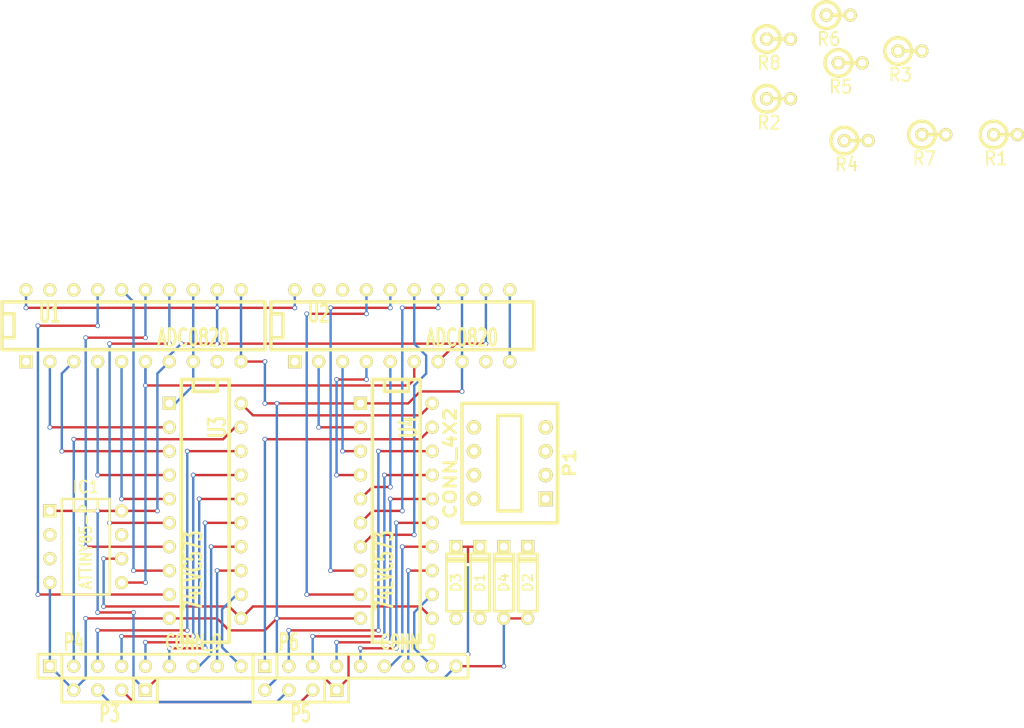
<source format=kicad_pcb>
(kicad_pcb (version 3) (host pcbnew "(2013-dec-23)-stable")

  (general
    (links 90)
    (no_connects 22)
    (area 0 0 0 0)
    (thickness 1.6)
    (drawings 2)
    (tracks 298)
    (zones 0)
    (modules 22)
    (nets 48)
  )

  (page USLetter)
  (layers
    (15 F.Cu signal)
    (0 B.Cu signal)
    (16 B.Adhes user)
    (17 F.Adhes user)
    (18 B.Paste user)
    (19 F.Paste user)
    (20 B.SilkS user)
    (21 F.SilkS user)
    (22 B.Mask user)
    (23 F.Mask user)
    (24 Dwgs.User user)
    (25 Cmts.User user)
    (26 Eco1.User user)
    (27 Eco2.User user)
    (28 Edge.Cuts user)
  )

  (setup
    (last_trace_width 0.254)
    (trace_clearance 0.254)
    (zone_clearance 0.508)
    (zone_45_only no)
    (trace_min 0.254)
    (segment_width 0.2)
    (edge_width 0.1)
    (via_size 0.5)
    (via_drill 0.35)
    (via_min_size 0.5)
    (via_min_drill 0.35)
    (uvia_size 0.508)
    (uvia_drill 0.127)
    (uvias_allowed no)
    (uvia_min_size 0.508)
    (uvia_min_drill 0.127)
    (pcb_text_width 0.3)
    (pcb_text_size 1.5 1.5)
    (mod_edge_width 0.15)
    (mod_text_size 1 1)
    (mod_text_width 0.15)
    (pad_size 1.5 1.5)
    (pad_drill 0.6)
    (pad_to_mask_clearance 0)
    (aux_axis_origin 0 0)
    (visible_elements FFFFFFBF)
    (pcbplotparams
      (layerselection 3178497)
      (usegerberextensions true)
      (excludeedgelayer true)
      (linewidth 0.150000)
      (plotframeref false)
      (viasonmask false)
      (mode 1)
      (useauxorigin false)
      (hpglpennumber 1)
      (hpglpenspeed 20)
      (hpglpendiameter 15)
      (hpglpenoverlay 2)
      (psnegative false)
      (psa4output false)
      (plotreference true)
      (plotvalue true)
      (plotothertext true)
      (plotinvisibletext false)
      (padsonsilk false)
      (subtractmaskfromsilk false)
      (outputformat 1)
      (mirror false)
      (drillshape 1)
      (scaleselection 1)
      (outputdirectory ""))
  )

  (net 0 "")
  (net 1 +2.5V)
  (net 2 +3.3V)
  (net 3 +5V)
  (net 4 ANALOG_IN_1)
  (net 5 ANALOG_IN_2)
  (net 6 "Channel 16")
  (net 7 "Channel 17")
  (net 8 "Channel 18")
  (net 9 "Channel 19")
  (net 10 "Channel 20")
  (net 11 "Channel 21")
  (net 12 "Channel 22")
  (net 13 "Channel 23")
  (net 14 "Channel 24")
  (net 15 "Channel 25")
  (net 16 "Channel 26")
  (net 17 "Channel 27")
  (net 18 "Channel 28")
  (net 19 "Channel 29")
  (net 20 "Channel 30")
  (net 21 "Channel 31")
  (net 22 DIP_1B)
  (net 23 DIP_2A)
  (net 24 DIP_3B)
  (net 25 DIP_4A)
  (net 26 GND)
  (net 27 N-0000010)
  (net 28 N-0000011)
  (net 29 N-0000012)
  (net 30 N-0000022)
  (net 31 N-0000030)
  (net 32 N-0000031)
  (net 33 N-0000032)
  (net 34 N-0000033)
  (net 35 N-0000038)
  (net 36 N-000004)
  (net 37 N-0000047)
  (net 38 N-0000048)
  (net 39 N-0000049)
  (net 40 N-000005)
  (net 41 N-0000050)
  (net 42 N-0000051)
  (net 43 N-0000055)
  (net 44 N-000006)
  (net 45 N-000007)
  (net 46 N-000009)
  (net 47 VCC)

  (net_class Default "This is the default net class."
    (clearance 0.254)
    (trace_width 0.254)
    (via_dia 0.5)
    (via_drill 0.35)
    (uvia_dia 0.508)
    (uvia_drill 0.127)
    (add_net "")
    (add_net +2.5V)
    (add_net +3.3V)
    (add_net +5V)
    (add_net ANALOG_IN_1)
    (add_net ANALOG_IN_2)
    (add_net "Channel 16")
    (add_net "Channel 17")
    (add_net "Channel 18")
    (add_net "Channel 19")
    (add_net "Channel 20")
    (add_net "Channel 21")
    (add_net "Channel 22")
    (add_net "Channel 23")
    (add_net "Channel 24")
    (add_net "Channel 25")
    (add_net "Channel 26")
    (add_net "Channel 27")
    (add_net "Channel 28")
    (add_net "Channel 29")
    (add_net "Channel 30")
    (add_net "Channel 31")
    (add_net DIP_1B)
    (add_net DIP_2A)
    (add_net DIP_3B)
    (add_net DIP_4A)
    (add_net GND)
    (add_net N-0000010)
    (add_net N-0000011)
    (add_net N-0000012)
    (add_net N-0000022)
    (add_net N-0000030)
    (add_net N-0000031)
    (add_net N-0000032)
    (add_net N-0000033)
    (add_net N-0000038)
    (add_net N-000004)
    (add_net N-0000047)
    (add_net N-0000048)
    (add_net N-0000049)
    (add_net N-000005)
    (add_net N-0000050)
    (add_net N-0000051)
    (add_net N-0000055)
    (add_net N-000006)
    (add_net N-000007)
    (add_net N-000009)
    (add_net VCC)
  )

  (module SIL-9 (layer F.Cu) (tedit 200000) (tstamp 532A6020)
    (at 92.71 99.06)
    (descr "Connecteur 9 pins")
    (tags "CONN DEV")
    (path /532A0786)
    (fp_text reference P6 (at -7.62 -2.54) (layer F.SilkS)
      (effects (font (size 1.72974 1.08712) (thickness 0.3048)))
    )
    (fp_text value CONN_9 (at 5.08 -2.54) (layer F.SilkS)
      (effects (font (size 1.524 1.016) (thickness 0.3048)))
    )
    (fp_line (start 11.43 -1.27) (end 11.43 1.27) (layer F.SilkS) (width 0.3048))
    (fp_line (start 11.43 1.27) (end -11.43 1.27) (layer F.SilkS) (width 0.3048))
    (fp_line (start -11.43 1.27) (end -11.43 -1.27) (layer F.SilkS) (width 0.3048))
    (fp_line (start 11.43 -1.27) (end -11.43 -1.27) (layer F.SilkS) (width 0.3048))
    (fp_line (start -8.89 -1.27) (end -8.89 1.27) (layer F.SilkS) (width 0.3048))
    (pad 1 thru_hole rect (at -10.16 0) (size 1.397 1.397) (drill 0.8128)
      (layers *.Cu *.Mask F.SilkS)
      (net 14 "Channel 24")
    )
    (pad 2 thru_hole circle (at -7.62 0) (size 1.397 1.397) (drill 0.8128)
      (layers *.Cu *.Mask F.SilkS)
      (net 15 "Channel 25")
    )
    (pad 3 thru_hole circle (at -5.08 0) (size 1.397 1.397) (drill 0.8128)
      (layers *.Cu *.Mask F.SilkS)
      (net 16 "Channel 26")
    )
    (pad 4 thru_hole circle (at -2.54 0) (size 1.397 1.397) (drill 0.8128)
      (layers *.Cu *.Mask F.SilkS)
      (net 17 "Channel 27")
    )
    (pad 5 thru_hole circle (at 0 0) (size 1.397 1.397) (drill 0.8128)
      (layers *.Cu *.Mask F.SilkS)
      (net 18 "Channel 28")
    )
    (pad 6 thru_hole circle (at 2.54 0) (size 1.397 1.397) (drill 0.8128)
      (layers *.Cu *.Mask F.SilkS)
      (net 19 "Channel 29")
    )
    (pad 7 thru_hole circle (at 5.08 0) (size 1.397 1.397) (drill 0.8128)
      (layers *.Cu *.Mask F.SilkS)
      (net 20 "Channel 30")
    )
    (pad 8 thru_hole circle (at 7.62 0) (size 1.397 1.397) (drill 0.8128)
      (layers *.Cu *.Mask F.SilkS)
      (net 21 "Channel 31")
    )
    (pad 9 thru_hole circle (at 10.16 0) (size 1.397 1.397) (drill 0.8128)
      (layers *.Cu *.Mask F.SilkS)
      (net 26 GND)
    )
  )

  (module SIL-9 (layer F.Cu) (tedit 200000) (tstamp 532A6032)
    (at 69.85 99.06)
    (descr "Connecteur 9 pins")
    (tags "CONN DEV")
    (path /532A0777)
    (fp_text reference P4 (at -7.62 -2.54) (layer F.SilkS)
      (effects (font (size 1.72974 1.08712) (thickness 0.3048)))
    )
    (fp_text value CONN_9 (at 5.08 -2.54) (layer F.SilkS)
      (effects (font (size 1.524 1.016) (thickness 0.3048)))
    )
    (fp_line (start 11.43 -1.27) (end 11.43 1.27) (layer F.SilkS) (width 0.3048))
    (fp_line (start 11.43 1.27) (end -11.43 1.27) (layer F.SilkS) (width 0.3048))
    (fp_line (start -11.43 1.27) (end -11.43 -1.27) (layer F.SilkS) (width 0.3048))
    (fp_line (start 11.43 -1.27) (end -11.43 -1.27) (layer F.SilkS) (width 0.3048))
    (fp_line (start -8.89 -1.27) (end -8.89 1.27) (layer F.SilkS) (width 0.3048))
    (pad 1 thru_hole rect (at -10.16 0) (size 1.397 1.397) (drill 0.8128)
      (layers *.Cu *.Mask F.SilkS)
      (net 26 GND)
    )
    (pad 2 thru_hole circle (at -7.62 0) (size 1.397 1.397) (drill 0.8128)
      (layers *.Cu *.Mask F.SilkS)
      (net 6 "Channel 16")
    )
    (pad 3 thru_hole circle (at -5.08 0) (size 1.397 1.397) (drill 0.8128)
      (layers *.Cu *.Mask F.SilkS)
      (net 7 "Channel 17")
    )
    (pad 4 thru_hole circle (at -2.54 0) (size 1.397 1.397) (drill 0.8128)
      (layers *.Cu *.Mask F.SilkS)
      (net 8 "Channel 18")
    )
    (pad 5 thru_hole circle (at 0 0) (size 1.397 1.397) (drill 0.8128)
      (layers *.Cu *.Mask F.SilkS)
      (net 9 "Channel 19")
    )
    (pad 6 thru_hole circle (at 2.54 0) (size 1.397 1.397) (drill 0.8128)
      (layers *.Cu *.Mask F.SilkS)
      (net 10 "Channel 20")
    )
    (pad 7 thru_hole circle (at 5.08 0) (size 1.397 1.397) (drill 0.8128)
      (layers *.Cu *.Mask F.SilkS)
      (net 11 "Channel 21")
    )
    (pad 8 thru_hole circle (at 7.62 0) (size 1.397 1.397) (drill 0.8128)
      (layers *.Cu *.Mask F.SilkS)
      (net 12 "Channel 22")
    )
    (pad 9 thru_hole circle (at 10.16 0) (size 1.397 1.397) (drill 0.8128)
      (layers *.Cu *.Mask F.SilkS)
      (net 13 "Channel 23")
    )
  )

  (module SIL-4 (layer F.Cu) (tedit 200000) (tstamp 532A6041)
    (at 86.36 101.6 180)
    (descr "Connecteur 4 pibs")
    (tags "CONN DEV")
    (path /532A082A)
    (fp_text reference P5 (at 0 -2.54 180) (layer F.SilkS)
      (effects (font (size 1.73482 1.08712) (thickness 0.3048)))
    )
    (fp_text value CONN_4 (at 0 -2.54 180) (layer F.SilkS) hide
      (effects (font (size 1.524 1.016) (thickness 0.3048)))
    )
    (fp_line (start -5.08 -1.27) (end -5.08 -1.27) (layer F.SilkS) (width 0.3048))
    (fp_line (start -5.08 1.27) (end -5.08 -1.27) (layer F.SilkS) (width 0.3048))
    (fp_line (start -5.08 -1.27) (end -5.08 -1.27) (layer F.SilkS) (width 0.3048))
    (fp_line (start -5.08 -1.27) (end 5.08 -1.27) (layer F.SilkS) (width 0.3048))
    (fp_line (start 5.08 -1.27) (end 5.08 1.27) (layer F.SilkS) (width 0.3048))
    (fp_line (start 5.08 1.27) (end -5.08 1.27) (layer F.SilkS) (width 0.3048))
    (fp_line (start -2.54 1.27) (end -2.54 -1.27) (layer F.SilkS) (width 0.3048))
    (pad 1 thru_hole rect (at -3.81 0 180) (size 1.397 1.397) (drill 0.8128)
      (layers *.Cu *.Mask F.SilkS)
      (net 3 +5V)
    )
    (pad 2 thru_hole circle (at -1.27 0 180) (size 1.397 1.397) (drill 0.8128)
      (layers *.Cu *.Mask F.SilkS)
      (net 2 +3.3V)
    )
    (pad 3 thru_hole circle (at 1.27 0 180) (size 1.397 1.397) (drill 0.8128)
      (layers *.Cu *.Mask F.SilkS)
      (net 1 +2.5V)
    )
    (pad 4 thru_hole circle (at 3.81 0 180) (size 1.397 1.397) (drill 0.8128)
      (layers *.Cu *.Mask F.SilkS)
      (net 26 GND)
    )
  )

  (module SIL-4 (layer F.Cu) (tedit 200000) (tstamp 532A6050)
    (at 66.04 101.6 180)
    (descr "Connecteur 4 pibs")
    (tags "CONN DEV")
    (path /532A07D7)
    (fp_text reference P3 (at 0 -2.54 180) (layer F.SilkS)
      (effects (font (size 1.73482 1.08712) (thickness 0.3048)))
    )
    (fp_text value CONN_4 (at 0 -2.54 180) (layer F.SilkS) hide
      (effects (font (size 1.524 1.016) (thickness 0.3048)))
    )
    (fp_line (start -5.08 -1.27) (end -5.08 -1.27) (layer F.SilkS) (width 0.3048))
    (fp_line (start -5.08 1.27) (end -5.08 -1.27) (layer F.SilkS) (width 0.3048))
    (fp_line (start -5.08 -1.27) (end -5.08 -1.27) (layer F.SilkS) (width 0.3048))
    (fp_line (start -5.08 -1.27) (end 5.08 -1.27) (layer F.SilkS) (width 0.3048))
    (fp_line (start 5.08 -1.27) (end 5.08 1.27) (layer F.SilkS) (width 0.3048))
    (fp_line (start 5.08 1.27) (end -5.08 1.27) (layer F.SilkS) (width 0.3048))
    (fp_line (start -2.54 1.27) (end -2.54 -1.27) (layer F.SilkS) (width 0.3048))
    (pad 1 thru_hole rect (at -3.81 0 180) (size 1.397 1.397) (drill 0.8128)
      (layers *.Cu *.Mask F.SilkS)
      (net 3 +5V)
    )
    (pad 2 thru_hole circle (at -1.27 0 180) (size 1.397 1.397) (drill 0.8128)
      (layers *.Cu *.Mask F.SilkS)
      (net 2 +3.3V)
    )
    (pad 3 thru_hole circle (at 1.27 0 180) (size 1.397 1.397) (drill 0.8128)
      (layers *.Cu *.Mask F.SilkS)
      (net 1 +2.5V)
    )
    (pad 4 thru_hole circle (at 3.81 0 180) (size 1.397 1.397) (drill 0.8128)
      (layers *.Cu *.Mask F.SilkS)
      (net 26 GND)
    )
  )

  (module R1 (layer F.Cu) (tedit 200000) (tstamp 532A6058)
    (at 151.13 33.655)
    (descr "Resistance verticale")
    (tags R)
    (path /5329C68B)
    (autoplace_cost90 10)
    (autoplace_cost180 10)
    (fp_text reference R3 (at -1.016 2.54) (layer F.SilkS)
      (effects (font (size 1.397 1.27) (thickness 0.2032)))
    )
    (fp_text value 10k (at -1.143 2.54) (layer F.SilkS) hide
      (effects (font (size 1.397 1.27) (thickness 0.2032)))
    )
    (fp_line (start -1.27 0) (end 1.27 0) (layer F.SilkS) (width 0.381))
    (fp_circle (center -1.27 0) (end -0.635 1.27) (layer F.SilkS) (width 0.381))
    (pad 1 thru_hole circle (at -1.27 0) (size 1.397 1.397) (drill 0.8128)
      (layers *.Cu *.Mask F.SilkS)
      (net 4 ANALOG_IN_1)
    )
    (pad 2 thru_hole circle (at 1.27 0) (size 1.397 1.397) (drill 0.8128)
      (layers *.Cu *.Mask F.SilkS)
      (net 22 DIP_1B)
    )
    (model discret/verti_resistor.wrl
      (at (xyz 0 0 0))
      (scale (xyz 1 1 1))
      (rotate (xyz 0 0 0))
    )
  )

  (module R1 (layer F.Cu) (tedit 200000) (tstamp 532A6060)
    (at 145.415 43.18)
    (descr "Resistance verticale")
    (tags R)
    (path /5329C69A)
    (autoplace_cost90 10)
    (autoplace_cost180 10)
    (fp_text reference R4 (at -1.016 2.54) (layer F.SilkS)
      (effects (font (size 1.397 1.27) (thickness 0.2032)))
    )
    (fp_text value 2k (at -1.143 2.54) (layer F.SilkS) hide
      (effects (font (size 1.397 1.27) (thickness 0.2032)))
    )
    (fp_line (start -1.27 0) (end 1.27 0) (layer F.SilkS) (width 0.381))
    (fp_circle (center -1.27 0) (end -0.635 1.27) (layer F.SilkS) (width 0.381))
    (pad 1 thru_hole circle (at -1.27 0) (size 1.397 1.397) (drill 0.8128)
      (layers *.Cu *.Mask F.SilkS)
      (net 22 DIP_1B)
    )
    (pad 2 thru_hole circle (at 1.27 0) (size 1.397 1.397) (drill 0.8128)
      (layers *.Cu *.Mask F.SilkS)
      (net 23 DIP_2A)
    )
    (model discret/verti_resistor.wrl
      (at (xyz 0 0 0))
      (scale (xyz 1 1 1))
      (rotate (xyz 0 0 0))
    )
  )

  (module R1 (layer F.Cu) (tedit 200000) (tstamp 532A6068)
    (at 161.29 42.545)
    (descr "Resistance verticale")
    (tags R)
    (path /5329C7FA)
    (autoplace_cost90 10)
    (autoplace_cost180 10)
    (fp_text reference R1 (at -1.016 2.54) (layer F.SilkS)
      (effects (font (size 1.397 1.27) (thickness 0.2032)))
    )
    (fp_text value 1k (at -1.143 2.54) (layer F.SilkS) hide
      (effects (font (size 1.397 1.27) (thickness 0.2032)))
    )
    (fp_line (start -1.27 0) (end 1.27 0) (layer F.SilkS) (width 0.381))
    (fp_circle (center -1.27 0) (end -0.635 1.27) (layer F.SilkS) (width 0.381))
    (pad 1 thru_hole circle (at -1.27 0) (size 1.397 1.397) (drill 0.8128)
      (layers *.Cu *.Mask F.SilkS)
      (net 23 DIP_2A)
    )
    (pad 2 thru_hole circle (at 1.27 0) (size 1.397 1.397) (drill 0.8128)
      (layers *.Cu *.Mask F.SilkS)
      (net 26 GND)
    )
    (model discret/verti_resistor.wrl
      (at (xyz 0 0 0))
      (scale (xyz 1 1 1))
      (rotate (xyz 0 0 0))
    )
  )

  (module R1 (layer F.Cu) (tedit 200000) (tstamp 532A6070)
    (at 153.67 42.545)
    (descr "Resistance verticale")
    (tags R)
    (path /5329FF2D)
    (autoplace_cost90 10)
    (autoplace_cost180 10)
    (fp_text reference R7 (at -1.016 2.54) (layer F.SilkS)
      (effects (font (size 1.397 1.27) (thickness 0.2032)))
    )
    (fp_text value 100k (at -1.143 2.54) (layer F.SilkS) hide
      (effects (font (size 1.397 1.27) (thickness 0.2032)))
    )
    (fp_line (start -1.27 0) (end 1.27 0) (layer F.SilkS) (width 0.381))
    (fp_circle (center -1.27 0) (end -0.635 1.27) (layer F.SilkS) (width 0.381))
    (pad 1 thru_hole circle (at -1.27 0) (size 1.397 1.397) (drill 0.8128)
      (layers *.Cu *.Mask F.SilkS)
      (net 23 DIP_2A)
    )
    (pad 2 thru_hole circle (at 1.27 0) (size 1.397 1.397) (drill 0.8128)
      (layers *.Cu *.Mask F.SilkS)
      (net 34 N-0000033)
    )
    (model discret/verti_resistor.wrl
      (at (xyz 0 0 0))
      (scale (xyz 1 1 1))
      (rotate (xyz 0 0 0))
    )
  )

  (module R1 (layer F.Cu) (tedit 200000) (tstamp 532A6078)
    (at 144.78 34.925)
    (descr "Resistance verticale")
    (tags R)
    (path /532A02F1)
    (autoplace_cost90 10)
    (autoplace_cost180 10)
    (fp_text reference R5 (at -1.016 2.54) (layer F.SilkS)
      (effects (font (size 1.397 1.27) (thickness 0.2032)))
    )
    (fp_text value 10k (at -1.143 2.54) (layer F.SilkS) hide
      (effects (font (size 1.397 1.27) (thickness 0.2032)))
    )
    (fp_line (start -1.27 0) (end 1.27 0) (layer F.SilkS) (width 0.381))
    (fp_circle (center -1.27 0) (end -0.635 1.27) (layer F.SilkS) (width 0.381))
    (pad 1 thru_hole circle (at -1.27 0) (size 1.397 1.397) (drill 0.8128)
      (layers *.Cu *.Mask F.SilkS)
      (net 5 ANALOG_IN_2)
    )
    (pad 2 thru_hole circle (at 1.27 0) (size 1.397 1.397) (drill 0.8128)
      (layers *.Cu *.Mask F.SilkS)
      (net 24 DIP_3B)
    )
    (model discret/verti_resistor.wrl
      (at (xyz 0 0 0))
      (scale (xyz 1 1 1))
      (rotate (xyz 0 0 0))
    )
  )

  (module R1 (layer F.Cu) (tedit 200000) (tstamp 532A6080)
    (at 143.51 29.845)
    (descr "Resistance verticale")
    (tags R)
    (path /532A02F7)
    (autoplace_cost90 10)
    (autoplace_cost180 10)
    (fp_text reference R6 (at -1.016 2.54) (layer F.SilkS)
      (effects (font (size 1.397 1.27) (thickness 0.2032)))
    )
    (fp_text value 2k (at -1.143 2.54) (layer F.SilkS) hide
      (effects (font (size 1.397 1.27) (thickness 0.2032)))
    )
    (fp_line (start -1.27 0) (end 1.27 0) (layer F.SilkS) (width 0.381))
    (fp_circle (center -1.27 0) (end -0.635 1.27) (layer F.SilkS) (width 0.381))
    (pad 1 thru_hole circle (at -1.27 0) (size 1.397 1.397) (drill 0.8128)
      (layers *.Cu *.Mask F.SilkS)
      (net 24 DIP_3B)
    )
    (pad 2 thru_hole circle (at 1.27 0) (size 1.397 1.397) (drill 0.8128)
      (layers *.Cu *.Mask F.SilkS)
      (net 25 DIP_4A)
    )
    (model discret/verti_resistor.wrl
      (at (xyz 0 0 0))
      (scale (xyz 1 1 1))
      (rotate (xyz 0 0 0))
    )
  )

  (module R1 (layer F.Cu) (tedit 200000) (tstamp 532A6088)
    (at 137.16 38.735)
    (descr "Resistance verticale")
    (tags R)
    (path /532A030D)
    (autoplace_cost90 10)
    (autoplace_cost180 10)
    (fp_text reference R2 (at -1.016 2.54) (layer F.SilkS)
      (effects (font (size 1.397 1.27) (thickness 0.2032)))
    )
    (fp_text value 1k (at -1.143 2.54) (layer F.SilkS) hide
      (effects (font (size 1.397 1.27) (thickness 0.2032)))
    )
    (fp_line (start -1.27 0) (end 1.27 0) (layer F.SilkS) (width 0.381))
    (fp_circle (center -1.27 0) (end -0.635 1.27) (layer F.SilkS) (width 0.381))
    (pad 1 thru_hole circle (at -1.27 0) (size 1.397 1.397) (drill 0.8128)
      (layers *.Cu *.Mask F.SilkS)
      (net 25 DIP_4A)
    )
    (pad 2 thru_hole circle (at 1.27 0) (size 1.397 1.397) (drill 0.8128)
      (layers *.Cu *.Mask F.SilkS)
      (net 26 GND)
    )
    (model discret/verti_resistor.wrl
      (at (xyz 0 0 0))
      (scale (xyz 1 1 1))
      (rotate (xyz 0 0 0))
    )
  )

  (module R1 (layer F.Cu) (tedit 200000) (tstamp 532A6090)
    (at 137.16 32.385)
    (descr "Resistance verticale")
    (tags R)
    (path /532A0318)
    (autoplace_cost90 10)
    (autoplace_cost180 10)
    (fp_text reference R8 (at -1.016 2.54) (layer F.SilkS)
      (effects (font (size 1.397 1.27) (thickness 0.2032)))
    )
    (fp_text value 100k (at -1.143 2.54) (layer F.SilkS) hide
      (effects (font (size 1.397 1.27) (thickness 0.2032)))
    )
    (fp_line (start -1.27 0) (end 1.27 0) (layer F.SilkS) (width 0.381))
    (fp_circle (center -1.27 0) (end -0.635 1.27) (layer F.SilkS) (width 0.381))
    (pad 1 thru_hole circle (at -1.27 0) (size 1.397 1.397) (drill 0.8128)
      (layers *.Cu *.Mask F.SilkS)
      (net 25 DIP_4A)
    )
    (pad 2 thru_hole circle (at 1.27 0) (size 1.397 1.397) (drill 0.8128)
      (layers *.Cu *.Mask F.SilkS)
      (net 43 N-0000055)
    )
    (model discret/verti_resistor.wrl
      (at (xyz 0 0 0))
      (scale (xyz 1 1 1))
      (rotate (xyz 0 0 0))
    )
  )

  (module DIP-20__300 (layer F.Cu) (tedit 200000) (tstamp 532A60AF)
    (at 96.52 82.55 270)
    (descr "20 pins DIL package, round pads")
    (tags DIL)
    (path /532A033A)
    (fp_text reference U4 (at -8.89 -1.27 270) (layer F.SilkS)
      (effects (font (size 1.778 1.143) (thickness 0.3048)))
    )
    (fp_text value 74LVC573 (at 6.35 1.27 270) (layer F.SilkS)
      (effects (font (size 1.778 1.143) (thickness 0.3048)))
    )
    (fp_line (start -13.97 -1.27) (end -12.7 -1.27) (layer F.SilkS) (width 0.381))
    (fp_line (start -12.7 -1.27) (end -12.7 1.27) (layer F.SilkS) (width 0.381))
    (fp_line (start -12.7 1.27) (end -13.97 1.27) (layer F.SilkS) (width 0.381))
    (fp_line (start -13.97 -2.54) (end 13.97 -2.54) (layer F.SilkS) (width 0.381))
    (fp_line (start 13.97 -2.54) (end 13.97 2.54) (layer F.SilkS) (width 0.381))
    (fp_line (start 13.97 2.54) (end -13.97 2.54) (layer F.SilkS) (width 0.381))
    (fp_line (start -13.97 2.54) (end -13.97 -2.54) (layer F.SilkS) (width 0.381))
    (pad 1 thru_hole rect (at -11.43 3.81 270) (size 1.397 1.397) (drill 0.8128)
      (layers *.Cu *.Mask F.SilkS)
      (net 26 GND)
    )
    (pad 2 thru_hole circle (at -8.89 3.81 270) (size 1.397 1.397) (drill 0.8128)
      (layers *.Cu *.Mask F.SilkS)
      (net 29 N-0000012)
    )
    (pad 3 thru_hole circle (at -6.35 3.81 270) (size 1.397 1.397) (drill 0.8128)
      (layers *.Cu *.Mask F.SilkS)
      (net 28 N-0000011)
    )
    (pad 4 thru_hole circle (at -3.81 3.81 270) (size 1.397 1.397) (drill 0.8128)
      (layers *.Cu *.Mask F.SilkS)
      (net 27 N-0000010)
    )
    (pad 5 thru_hole circle (at -1.27 3.81 270) (size 1.397 1.397) (drill 0.8128)
      (layers *.Cu *.Mask F.SilkS)
      (net 46 N-000009)
    )
    (pad 6 thru_hole circle (at 1.27 3.81 270) (size 1.397 1.397) (drill 0.8128)
      (layers *.Cu *.Mask F.SilkS)
      (net 45 N-000007)
    )
    (pad 7 thru_hole circle (at 3.81 3.81 270) (size 1.397 1.397) (drill 0.8128)
      (layers *.Cu *.Mask F.SilkS)
      (net 44 N-000006)
    )
    (pad 8 thru_hole circle (at 6.35 3.81 270) (size 1.397 1.397) (drill 0.8128)
      (layers *.Cu *.Mask F.SilkS)
      (net 40 N-000005)
    )
    (pad 9 thru_hole circle (at 8.89 3.81 270) (size 1.397 1.397) (drill 0.8128)
      (layers *.Cu *.Mask F.SilkS)
      (net 36 N-000004)
    )
    (pad 10 thru_hole circle (at 11.43 3.81 270) (size 1.397 1.397) (drill 0.8128)
      (layers *.Cu *.Mask F.SilkS)
      (net 26 GND)
    )
    (pad 11 thru_hole circle (at 11.43 -3.81 270) (size 1.397 1.397) (drill 0.8128)
      (layers *.Cu *.Mask F.SilkS)
      (net 31 N-0000030)
    )
    (pad 12 thru_hole circle (at 8.89 -3.81 270) (size 1.397 1.397) (drill 0.8128)
      (layers *.Cu *.Mask F.SilkS)
      (net 21 "Channel 31")
    )
    (pad 13 thru_hole circle (at 6.35 -3.81 270) (size 1.397 1.397) (drill 0.8128)
      (layers *.Cu *.Mask F.SilkS)
      (net 20 "Channel 30")
    )
    (pad 14 thru_hole circle (at 3.81 -3.81 270) (size 1.397 1.397) (drill 0.8128)
      (layers *.Cu *.Mask F.SilkS)
      (net 19 "Channel 29")
    )
    (pad 15 thru_hole circle (at 1.27 -3.81 270) (size 1.397 1.397) (drill 0.8128)
      (layers *.Cu *.Mask F.SilkS)
      (net 18 "Channel 28")
    )
    (pad 16 thru_hole circle (at -1.27 -3.81 270) (size 1.397 1.397) (drill 0.8128)
      (layers *.Cu *.Mask F.SilkS)
      (net 17 "Channel 27")
    )
    (pad 17 thru_hole circle (at -3.81 -3.81 270) (size 1.397 1.397) (drill 0.8128)
      (layers *.Cu *.Mask F.SilkS)
      (net 16 "Channel 26")
    )
    (pad 18 thru_hole circle (at -6.35 -3.81 270) (size 1.397 1.397) (drill 0.8128)
      (layers *.Cu *.Mask F.SilkS)
      (net 15 "Channel 25")
    )
    (pad 19 thru_hole circle (at -8.89 -3.81 270) (size 1.397 1.397) (drill 0.8128)
      (layers *.Cu *.Mask F.SilkS)
      (net 14 "Channel 24")
    )
    (pad 20 thru_hole circle (at -11.43 -3.81 270) (size 1.397 1.397) (drill 0.8128)
      (layers *.Cu *.Mask F.SilkS)
      (net 47 VCC)
    )
    (model dil/dil_20.wrl
      (at (xyz 0 0 0))
      (scale (xyz 1 1 1))
      (rotate (xyz 0 0 0))
    )
  )

  (module DIP-20__300 (layer F.Cu) (tedit 200000) (tstamp 532A60CE)
    (at 97.155 62.865)
    (descr "20 pins DIL package, round pads")
    (tags DIL)
    (path /532A0379)
    (fp_text reference U2 (at -8.89 -1.27) (layer F.SilkS)
      (effects (font (size 1.778 1.143) (thickness 0.3048)))
    )
    (fp_text value ADC0820 (at 6.35 1.27) (layer F.SilkS)
      (effects (font (size 1.778 1.143) (thickness 0.3048)))
    )
    (fp_line (start -13.97 -1.27) (end -12.7 -1.27) (layer F.SilkS) (width 0.381))
    (fp_line (start -12.7 -1.27) (end -12.7 1.27) (layer F.SilkS) (width 0.381))
    (fp_line (start -12.7 1.27) (end -13.97 1.27) (layer F.SilkS) (width 0.381))
    (fp_line (start -13.97 -2.54) (end 13.97 -2.54) (layer F.SilkS) (width 0.381))
    (fp_line (start 13.97 -2.54) (end 13.97 2.54) (layer F.SilkS) (width 0.381))
    (fp_line (start 13.97 2.54) (end -13.97 2.54) (layer F.SilkS) (width 0.381))
    (fp_line (start -13.97 2.54) (end -13.97 -2.54) (layer F.SilkS) (width 0.381))
    (pad 1 thru_hole rect (at -11.43 3.81) (size 1.397 1.397) (drill 0.8128)
      (layers *.Cu *.Mask F.SilkS)
      (net 43 N-0000055)
    )
    (pad 2 thru_hole circle (at -8.89 3.81) (size 1.397 1.397) (drill 0.8128)
      (layers *.Cu *.Mask F.SilkS)
      (net 29 N-0000012)
    )
    (pad 3 thru_hole circle (at -6.35 3.81) (size 1.397 1.397) (drill 0.8128)
      (layers *.Cu *.Mask F.SilkS)
      (net 28 N-0000011)
    )
    (pad 4 thru_hole circle (at -3.81 3.81) (size 1.397 1.397) (drill 0.8128)
      (layers *.Cu *.Mask F.SilkS)
      (net 27 N-0000010)
    )
    (pad 5 thru_hole circle (at -1.27 3.81) (size 1.397 1.397) (drill 0.8128)
      (layers *.Cu *.Mask F.SilkS)
      (net 46 N-000009)
    )
    (pad 6 thru_hole circle (at 1.27 3.81) (size 1.397 1.397) (drill 0.8128)
      (layers *.Cu *.Mask F.SilkS)
      (net 30 N-0000022)
    )
    (pad 7 thru_hole circle (at 3.81 3.81) (size 1.397 1.397) (drill 0.8128)
      (layers *.Cu *.Mask F.SilkS)
      (net 3 +5V)
    )
    (pad 8 thru_hole circle (at 6.35 3.81) (size 1.397 1.397) (drill 0.8128)
      (layers *.Cu *.Mask F.SilkS)
      (net 26 GND)
    )
    (pad 9 thru_hole circle (at 8.89 3.81) (size 1.397 1.397) (drill 0.8128)
      (layers *.Cu *.Mask F.SilkS)
    )
    (pad 10 thru_hole circle (at 11.43 3.81) (size 1.397 1.397) (drill 0.8128)
      (layers *.Cu *.Mask F.SilkS)
      (net 26 GND)
    )
    (pad 11 thru_hole circle (at 11.43 -3.81) (size 1.397 1.397) (drill 0.8128)
      (layers *.Cu *.Mask F.SilkS)
      (net 26 GND)
    )
    (pad 12 thru_hole circle (at 8.89 -3.81) (size 1.397 1.397) (drill 0.8128)
      (layers *.Cu *.Mask F.SilkS)
      (net 3 +5V)
    )
    (pad 13 thru_hole circle (at 6.35 -3.81) (size 1.397 1.397) (drill 0.8128)
      (layers *.Cu *.Mask F.SilkS)
      (net 26 GND)
    )
    (pad 14 thru_hole circle (at 3.81 -3.81) (size 1.397 1.397) (drill 0.8128)
      (layers *.Cu *.Mask F.SilkS)
      (net 45 N-000007)
    )
    (pad 15 thru_hole circle (at 1.27 -3.81) (size 1.397 1.397) (drill 0.8128)
      (layers *.Cu *.Mask F.SilkS)
      (net 44 N-000006)
    )
    (pad 16 thru_hole circle (at -1.27 -3.81) (size 1.397 1.397) (drill 0.8128)
      (layers *.Cu *.Mask F.SilkS)
      (net 40 N-000005)
    )
    (pad 17 thru_hole circle (at -3.81 -3.81) (size 1.397 1.397) (drill 0.8128)
      (layers *.Cu *.Mask F.SilkS)
      (net 36 N-000004)
    )
    (pad 18 thru_hole circle (at -6.35 -3.81) (size 1.397 1.397) (drill 0.8128)
      (layers *.Cu *.Mask F.SilkS)
    )
    (pad 19 thru_hole circle (at -8.89 -3.81) (size 1.397 1.397) (drill 0.8128)
      (layers *.Cu *.Mask F.SilkS)
    )
    (pad 20 thru_hole circle (at -11.43 -3.81) (size 1.397 1.397) (drill 0.8128)
      (layers *.Cu *.Mask F.SilkS)
      (net 3 +5V)
    )
    (model dil/dil_20.wrl
      (at (xyz 0 0 0))
      (scale (xyz 1 1 1))
      (rotate (xyz 0 0 0))
    )
  )

  (module DIP-20__300 (layer F.Cu) (tedit 200000) (tstamp 532A60ED)
    (at 68.58 62.865)
    (descr "20 pins DIL package, round pads")
    (tags DIL)
    (path /5329C237)
    (fp_text reference U1 (at -8.89 -1.27) (layer F.SilkS)
      (effects (font (size 1.778 1.143) (thickness 0.3048)))
    )
    (fp_text value ADC0820 (at 6.35 1.27) (layer F.SilkS)
      (effects (font (size 1.778 1.143) (thickness 0.3048)))
    )
    (fp_line (start -13.97 -1.27) (end -12.7 -1.27) (layer F.SilkS) (width 0.381))
    (fp_line (start -12.7 -1.27) (end -12.7 1.27) (layer F.SilkS) (width 0.381))
    (fp_line (start -12.7 1.27) (end -13.97 1.27) (layer F.SilkS) (width 0.381))
    (fp_line (start -13.97 -2.54) (end 13.97 -2.54) (layer F.SilkS) (width 0.381))
    (fp_line (start 13.97 -2.54) (end 13.97 2.54) (layer F.SilkS) (width 0.381))
    (fp_line (start 13.97 2.54) (end -13.97 2.54) (layer F.SilkS) (width 0.381))
    (fp_line (start -13.97 2.54) (end -13.97 -2.54) (layer F.SilkS) (width 0.381))
    (pad 1 thru_hole rect (at -11.43 3.81) (size 1.397 1.397) (drill 0.8128)
      (layers *.Cu *.Mask F.SilkS)
      (net 34 N-0000033)
    )
    (pad 2 thru_hole circle (at -8.89 3.81) (size 1.397 1.397) (drill 0.8128)
      (layers *.Cu *.Mask F.SilkS)
      (net 33 N-0000032)
    )
    (pad 3 thru_hole circle (at -6.35 3.81) (size 1.397 1.397) (drill 0.8128)
      (layers *.Cu *.Mask F.SilkS)
      (net 32 N-0000031)
    )
    (pad 4 thru_hole circle (at -3.81 3.81) (size 1.397 1.397) (drill 0.8128)
      (layers *.Cu *.Mask F.SilkS)
      (net 42 N-0000051)
    )
    (pad 5 thru_hole circle (at -1.27 3.81) (size 1.397 1.397) (drill 0.8128)
      (layers *.Cu *.Mask F.SilkS)
      (net 41 N-0000050)
    )
    (pad 6 thru_hole circle (at 1.27 3.81) (size 1.397 1.397) (drill 0.8128)
      (layers *.Cu *.Mask F.SilkS)
      (net 30 N-0000022)
    )
    (pad 7 thru_hole circle (at 3.81 3.81) (size 1.397 1.397) (drill 0.8128)
      (layers *.Cu *.Mask F.SilkS)
      (net 3 +5V)
    )
    (pad 8 thru_hole circle (at 6.35 3.81) (size 1.397 1.397) (drill 0.8128)
      (layers *.Cu *.Mask F.SilkS)
      (net 26 GND)
    )
    (pad 9 thru_hole circle (at 8.89 3.81) (size 1.397 1.397) (drill 0.8128)
      (layers *.Cu *.Mask F.SilkS)
    )
    (pad 10 thru_hole circle (at 11.43 3.81) (size 1.397 1.397) (drill 0.8128)
      (layers *.Cu *.Mask F.SilkS)
      (net 26 GND)
    )
    (pad 11 thru_hole circle (at 11.43 -3.81) (size 1.397 1.397) (drill 0.8128)
      (layers *.Cu *.Mask F.SilkS)
      (net 26 GND)
    )
    (pad 12 thru_hole circle (at 8.89 -3.81) (size 1.397 1.397) (drill 0.8128)
      (layers *.Cu *.Mask F.SilkS)
      (net 3 +5V)
    )
    (pad 13 thru_hole circle (at 6.35 -3.81) (size 1.397 1.397) (drill 0.8128)
      (layers *.Cu *.Mask F.SilkS)
      (net 26 GND)
    )
    (pad 14 thru_hole circle (at 3.81 -3.81) (size 1.397 1.397) (drill 0.8128)
      (layers *.Cu *.Mask F.SilkS)
      (net 39 N-0000049)
    )
    (pad 15 thru_hole circle (at 1.27 -3.81) (size 1.397 1.397) (drill 0.8128)
      (layers *.Cu *.Mask F.SilkS)
      (net 38 N-0000048)
    )
    (pad 16 thru_hole circle (at -1.27 -3.81) (size 1.397 1.397) (drill 0.8128)
      (layers *.Cu *.Mask F.SilkS)
      (net 35 N-0000038)
    )
    (pad 17 thru_hole circle (at -3.81 -3.81) (size 1.397 1.397) (drill 0.8128)
      (layers *.Cu *.Mask F.SilkS)
      (net 37 N-0000047)
    )
    (pad 18 thru_hole circle (at -6.35 -3.81) (size 1.397 1.397) (drill 0.8128)
      (layers *.Cu *.Mask F.SilkS)
    )
    (pad 19 thru_hole circle (at -8.89 -3.81) (size 1.397 1.397) (drill 0.8128)
      (layers *.Cu *.Mask F.SilkS)
    )
    (pad 20 thru_hole circle (at -11.43 -3.81) (size 1.397 1.397) (drill 0.8128)
      (layers *.Cu *.Mask F.SilkS)
      (net 3 +5V)
    )
    (model dil/dil_20.wrl
      (at (xyz 0 0 0))
      (scale (xyz 1 1 1))
      (rotate (xyz 0 0 0))
    )
  )

  (module DIP-20__300 (layer F.Cu) (tedit 200000) (tstamp 532A610C)
    (at 76.2 82.55 270)
    (descr "20 pins DIL package, round pads")
    (tags DIL)
    (path /5329AFC1)
    (fp_text reference U3 (at -8.89 -1.27 270) (layer F.SilkS)
      (effects (font (size 1.778 1.143) (thickness 0.3048)))
    )
    (fp_text value 74LVC573 (at 6.35 1.27 270) (layer F.SilkS)
      (effects (font (size 1.778 1.143) (thickness 0.3048)))
    )
    (fp_line (start -13.97 -1.27) (end -12.7 -1.27) (layer F.SilkS) (width 0.381))
    (fp_line (start -12.7 -1.27) (end -12.7 1.27) (layer F.SilkS) (width 0.381))
    (fp_line (start -12.7 1.27) (end -13.97 1.27) (layer F.SilkS) (width 0.381))
    (fp_line (start -13.97 -2.54) (end 13.97 -2.54) (layer F.SilkS) (width 0.381))
    (fp_line (start 13.97 -2.54) (end 13.97 2.54) (layer F.SilkS) (width 0.381))
    (fp_line (start 13.97 2.54) (end -13.97 2.54) (layer F.SilkS) (width 0.381))
    (fp_line (start -13.97 2.54) (end -13.97 -2.54) (layer F.SilkS) (width 0.381))
    (pad 1 thru_hole rect (at -11.43 3.81 270) (size 1.397 1.397) (drill 0.8128)
      (layers *.Cu *.Mask F.SilkS)
      (net 26 GND)
    )
    (pad 2 thru_hole circle (at -8.89 3.81 270) (size 1.397 1.397) (drill 0.8128)
      (layers *.Cu *.Mask F.SilkS)
      (net 33 N-0000032)
    )
    (pad 3 thru_hole circle (at -6.35 3.81 270) (size 1.397 1.397) (drill 0.8128)
      (layers *.Cu *.Mask F.SilkS)
      (net 32 N-0000031)
    )
    (pad 4 thru_hole circle (at -3.81 3.81 270) (size 1.397 1.397) (drill 0.8128)
      (layers *.Cu *.Mask F.SilkS)
      (net 42 N-0000051)
    )
    (pad 5 thru_hole circle (at -1.27 3.81 270) (size 1.397 1.397) (drill 0.8128)
      (layers *.Cu *.Mask F.SilkS)
      (net 41 N-0000050)
    )
    (pad 6 thru_hole circle (at 1.27 3.81 270) (size 1.397 1.397) (drill 0.8128)
      (layers *.Cu *.Mask F.SilkS)
      (net 39 N-0000049)
    )
    (pad 7 thru_hole circle (at 3.81 3.81 270) (size 1.397 1.397) (drill 0.8128)
      (layers *.Cu *.Mask F.SilkS)
      (net 38 N-0000048)
    )
    (pad 8 thru_hole circle (at 6.35 3.81 270) (size 1.397 1.397) (drill 0.8128)
      (layers *.Cu *.Mask F.SilkS)
      (net 35 N-0000038)
    )
    (pad 9 thru_hole circle (at 8.89 3.81 270) (size 1.397 1.397) (drill 0.8128)
      (layers *.Cu *.Mask F.SilkS)
      (net 37 N-0000047)
    )
    (pad 10 thru_hole circle (at 11.43 3.81 270) (size 1.397 1.397) (drill 0.8128)
      (layers *.Cu *.Mask F.SilkS)
      (net 26 GND)
    )
    (pad 11 thru_hole circle (at 11.43 -3.81 270) (size 1.397 1.397) (drill 0.8128)
      (layers *.Cu *.Mask F.SilkS)
      (net 31 N-0000030)
    )
    (pad 12 thru_hole circle (at 8.89 -3.81 270) (size 1.397 1.397) (drill 0.8128)
      (layers *.Cu *.Mask F.SilkS)
      (net 13 "Channel 23")
    )
    (pad 13 thru_hole circle (at 6.35 -3.81 270) (size 1.397 1.397) (drill 0.8128)
      (layers *.Cu *.Mask F.SilkS)
      (net 12 "Channel 22")
    )
    (pad 14 thru_hole circle (at 3.81 -3.81 270) (size 1.397 1.397) (drill 0.8128)
      (layers *.Cu *.Mask F.SilkS)
      (net 11 "Channel 21")
    )
    (pad 15 thru_hole circle (at 1.27 -3.81 270) (size 1.397 1.397) (drill 0.8128)
      (layers *.Cu *.Mask F.SilkS)
      (net 10 "Channel 20")
    )
    (pad 16 thru_hole circle (at -1.27 -3.81 270) (size 1.397 1.397) (drill 0.8128)
      (layers *.Cu *.Mask F.SilkS)
      (net 9 "Channel 19")
    )
    (pad 17 thru_hole circle (at -3.81 -3.81 270) (size 1.397 1.397) (drill 0.8128)
      (layers *.Cu *.Mask F.SilkS)
      (net 8 "Channel 18")
    )
    (pad 18 thru_hole circle (at -6.35 -3.81 270) (size 1.397 1.397) (drill 0.8128)
      (layers *.Cu *.Mask F.SilkS)
      (net 7 "Channel 17")
    )
    (pad 19 thru_hole circle (at -8.89 -3.81 270) (size 1.397 1.397) (drill 0.8128)
      (layers *.Cu *.Mask F.SilkS)
      (net 6 "Channel 16")
    )
    (pad 20 thru_hole circle (at -11.43 -3.81 270) (size 1.397 1.397) (drill 0.8128)
      (layers *.Cu *.Mask F.SilkS)
      (net 47 VCC)
    )
    (model dil/dil_20.wrl
      (at (xyz 0 0 0))
      (scale (xyz 1 1 1))
      (rotate (xyz 0 0 0))
    )
  )

  (module SWDIP4 (layer F.Cu) (tedit 200000) (tstamp 532A62BD)
    (at 108.585 77.47 90)
    (descr "Switch Dil 4 elements")
    (tags "SWITCH DEV")
    (path /532A613C)
    (fp_text reference P1 (at 0 6.35 90) (layer F.SilkS)
      (effects (font (size 1.27 1.524) (thickness 0.3048)))
    )
    (fp_text value CONN_4X2 (at 0 -6.35 90) (layer F.SilkS)
      (effects (font (size 1.27 1.524) (thickness 0.3048)))
    )
    (fp_line (start 5.08 -1.27) (end 5.08 1.27) (layer F.SilkS) (width 0.381))
    (fp_line (start 5.08 1.27) (end -5.08 1.27) (layer F.SilkS) (width 0.381))
    (fp_line (start -5.08 1.27) (end -5.08 -1.27) (layer F.SilkS) (width 0.381))
    (fp_line (start -5.08 -1.27) (end 5.08 -1.27) (layer F.SilkS) (width 0.381))
    (fp_line (start -6.35 5.08) (end -6.35 -5.08) (layer F.SilkS) (width 0.381))
    (fp_line (start -6.35 -5.08) (end 6.35 -5.08) (layer F.SilkS) (width 0.381))
    (fp_line (start 6.35 -5.08) (end 6.35 5.08) (layer F.SilkS) (width 0.381))
    (fp_line (start 6.35 5.08) (end -6.35 5.08) (layer F.SilkS) (width 0.381))
    (pad 1 thru_hole rect (at -3.81 3.81 90) (size 1.524 1.524) (drill 0.8128)
      (layers *.Cu *.Mask F.SilkS)
      (net 4 ANALOG_IN_1)
    )
    (pad 2 thru_hole circle (at -1.27 3.81 90) (size 1.524 1.524) (drill 0.8128)
      (layers *.Cu *.Mask F.SilkS)
      (net 22 DIP_1B)
    )
    (pad 3 thru_hole circle (at 1.27 3.81 90) (size 1.524 1.524) (drill 0.8128)
      (layers *.Cu *.Mask F.SilkS)
      (net 23 DIP_2A)
    )
    (pad 4 thru_hole circle (at 3.81 3.81 90) (size 1.524 1.524) (drill 0.8128)
      (layers *.Cu *.Mask F.SilkS)
      (net 22 DIP_1B)
    )
    (pad 5 thru_hole circle (at 3.81 -3.81 90) (size 1.524 1.524) (drill 0.8128)
      (layers *.Cu *.Mask F.SilkS)
      (net 5 ANALOG_IN_2)
    )
    (pad 6 thru_hole circle (at 1.27 -3.81 90) (size 1.524 1.524) (drill 0.8128)
      (layers *.Cu *.Mask F.SilkS)
      (net 24 DIP_3B)
    )
    (pad 7 thru_hole circle (at -1.27 -3.81 90) (size 1.524 1.524) (drill 0.8128)
      (layers *.Cu *.Mask F.SilkS)
      (net 25 DIP_4A)
    )
    (pad 8 thru_hole circle (at -3.81 -3.81 90) (size 1.524 1.524) (drill 0.8128)
      (layers *.Cu *.Mask F.SilkS)
      (net 24 DIP_3B)
    )
  )

  (module DIP-8__300 (layer F.Cu) (tedit 43A7F843) (tstamp 532A62E4)
    (at 63.5 86.36 270)
    (descr "8 pins DIL package, round pads")
    (tags DIL)
    (path /532A48D6)
    (fp_text reference IC1 (at -6.35 0 360) (layer F.SilkS)
      (effects (font (size 1.27 1.143) (thickness 0.2032)))
    )
    (fp_text value ATTINY85-P (at 0 0 270) (layer F.SilkS)
      (effects (font (size 1.27 1.016) (thickness 0.2032)))
    )
    (fp_line (start -5.08 -1.27) (end -3.81 -1.27) (layer F.SilkS) (width 0.254))
    (fp_line (start -3.81 -1.27) (end -3.81 1.27) (layer F.SilkS) (width 0.254))
    (fp_line (start -3.81 1.27) (end -5.08 1.27) (layer F.SilkS) (width 0.254))
    (fp_line (start -5.08 -2.54) (end 5.08 -2.54) (layer F.SilkS) (width 0.254))
    (fp_line (start 5.08 -2.54) (end 5.08 2.54) (layer F.SilkS) (width 0.254))
    (fp_line (start 5.08 2.54) (end -5.08 2.54) (layer F.SilkS) (width 0.254))
    (fp_line (start -5.08 2.54) (end -5.08 -2.54) (layer F.SilkS) (width 0.254))
    (pad 1 thru_hole rect (at -3.81 3.81 270) (size 1.397 1.397) (drill 0.8128)
      (layers *.Cu *.Mask F.SilkS)
      (net 3 +5V)
    )
    (pad 2 thru_hole circle (at -1.27 3.81 270) (size 1.397 1.397) (drill 0.8128)
      (layers *.Cu *.Mask F.SilkS)
    )
    (pad 3 thru_hole circle (at 1.27 3.81 270) (size 1.397 1.397) (drill 0.8128)
      (layers *.Cu *.Mask F.SilkS)
    )
    (pad 4 thru_hole circle (at 3.81 3.81 270) (size 1.397 1.397) (drill 0.8128)
      (layers *.Cu *.Mask F.SilkS)
      (net 26 GND)
    )
    (pad 5 thru_hole circle (at 3.81 -3.81 270) (size 1.397 1.397) (drill 0.8128)
      (layers *.Cu *.Mask F.SilkS)
      (net 30 N-0000022)
    )
    (pad 6 thru_hole circle (at 1.27 -3.81 270) (size 1.397 1.397) (drill 0.8128)
      (layers *.Cu *.Mask F.SilkS)
      (net 31 N-0000030)
    )
    (pad 7 thru_hole circle (at -1.27 -3.81 270) (size 1.397 1.397) (drill 0.8128)
      (layers *.Cu *.Mask F.SilkS)
    )
    (pad 8 thru_hole circle (at -3.81 -3.81 270) (size 1.397 1.397) (drill 0.8128)
      (layers *.Cu *.Mask F.SilkS)
      (net 3 +5V)
    )
    (model dil/dil_8.wrl
      (at (xyz 0 0 0))
      (scale (xyz 1 1 1))
      (rotate (xyz 0 0 0))
    )
  )

  (module D3 (layer F.Cu) (tedit 200000) (tstamp 532A6C41)
    (at 105.41 90.17 90)
    (descr "Diode 3 pas")
    (tags "DIODE DEV")
    (path /5329FFBB)
    (fp_text reference D1 (at 0 0 90) (layer F.SilkS)
      (effects (font (size 1.016 1.016) (thickness 0.2032)))
    )
    (fp_text value DIODESCH (at 0 0 90) (layer F.SilkS) hide
      (effects (font (size 1.016 1.016) (thickness 0.2032)))
    )
    (fp_line (start 3.81 0) (end 3.048 0) (layer F.SilkS) (width 0.3048))
    (fp_line (start 3.048 0) (end 3.048 -1.016) (layer F.SilkS) (width 0.3048))
    (fp_line (start 3.048 -1.016) (end -3.048 -1.016) (layer F.SilkS) (width 0.3048))
    (fp_line (start -3.048 -1.016) (end -3.048 0) (layer F.SilkS) (width 0.3048))
    (fp_line (start -3.048 0) (end -3.81 0) (layer F.SilkS) (width 0.3048))
    (fp_line (start -3.048 0) (end -3.048 1.016) (layer F.SilkS) (width 0.3048))
    (fp_line (start -3.048 1.016) (end 3.048 1.016) (layer F.SilkS) (width 0.3048))
    (fp_line (start 3.048 1.016) (end 3.048 0) (layer F.SilkS) (width 0.3048))
    (fp_line (start 2.54 -1.016) (end 2.54 1.016) (layer F.SilkS) (width 0.3048))
    (fp_line (start 2.286 1.016) (end 2.286 -1.016) (layer F.SilkS) (width 0.3048))
    (pad 2 thru_hole rect (at 3.81 0 90) (size 1.397 1.397) (drill 0.8128)
      (layers *.Cu *.Mask F.SilkS)
      (net 3 +5V)
    )
    (pad 1 thru_hole circle (at -3.81 0 90) (size 1.397 1.397) (drill 0.8128)
      (layers *.Cu *.Mask F.SilkS)
      (net 34 N-0000033)
    )
    (model discret/diode.wrl
      (at (xyz 0 0 0))
      (scale (xyz 0.3 0.3 0.3))
      (rotate (xyz 0 0 0))
    )
  )

  (module D3 (layer F.Cu) (tedit 200000) (tstamp 532A6C51)
    (at 110.49 90.17 90)
    (descr "Diode 3 pas")
    (tags "DIODE DEV")
    (path /5329FFCA)
    (fp_text reference D2 (at 0 0 90) (layer F.SilkS)
      (effects (font (size 1.016 1.016) (thickness 0.2032)))
    )
    (fp_text value DIODESCH (at 0 0 90) (layer F.SilkS) hide
      (effects (font (size 1.016 1.016) (thickness 0.2032)))
    )
    (fp_line (start 3.81 0) (end 3.048 0) (layer F.SilkS) (width 0.3048))
    (fp_line (start 3.048 0) (end 3.048 -1.016) (layer F.SilkS) (width 0.3048))
    (fp_line (start 3.048 -1.016) (end -3.048 -1.016) (layer F.SilkS) (width 0.3048))
    (fp_line (start -3.048 -1.016) (end -3.048 0) (layer F.SilkS) (width 0.3048))
    (fp_line (start -3.048 0) (end -3.81 0) (layer F.SilkS) (width 0.3048))
    (fp_line (start -3.048 0) (end -3.048 1.016) (layer F.SilkS) (width 0.3048))
    (fp_line (start -3.048 1.016) (end 3.048 1.016) (layer F.SilkS) (width 0.3048))
    (fp_line (start 3.048 1.016) (end 3.048 0) (layer F.SilkS) (width 0.3048))
    (fp_line (start 2.54 -1.016) (end 2.54 1.016) (layer F.SilkS) (width 0.3048))
    (fp_line (start 2.286 1.016) (end 2.286 -1.016) (layer F.SilkS) (width 0.3048))
    (pad 2 thru_hole rect (at 3.81 0 90) (size 1.397 1.397) (drill 0.8128)
      (layers *.Cu *.Mask F.SilkS)
      (net 34 N-0000033)
    )
    (pad 1 thru_hole circle (at -3.81 0 90) (size 1.397 1.397) (drill 0.8128)
      (layers *.Cu *.Mask F.SilkS)
      (net 26 GND)
    )
    (model discret/diode.wrl
      (at (xyz 0 0 0))
      (scale (xyz 0.3 0.3 0.3))
      (rotate (xyz 0 0 0))
    )
  )

  (module D3 (layer F.Cu) (tedit 200000) (tstamp 532A6C61)
    (at 102.87 90.17 90)
    (descr "Diode 3 pas")
    (tags "DIODE DEV")
    (path /532A031F)
    (fp_text reference D3 (at 0 0 90) (layer F.SilkS)
      (effects (font (size 1.016 1.016) (thickness 0.2032)))
    )
    (fp_text value DIODESCH (at 0 0 90) (layer F.SilkS) hide
      (effects (font (size 1.016 1.016) (thickness 0.2032)))
    )
    (fp_line (start 3.81 0) (end 3.048 0) (layer F.SilkS) (width 0.3048))
    (fp_line (start 3.048 0) (end 3.048 -1.016) (layer F.SilkS) (width 0.3048))
    (fp_line (start 3.048 -1.016) (end -3.048 -1.016) (layer F.SilkS) (width 0.3048))
    (fp_line (start -3.048 -1.016) (end -3.048 0) (layer F.SilkS) (width 0.3048))
    (fp_line (start -3.048 0) (end -3.81 0) (layer F.SilkS) (width 0.3048))
    (fp_line (start -3.048 0) (end -3.048 1.016) (layer F.SilkS) (width 0.3048))
    (fp_line (start -3.048 1.016) (end 3.048 1.016) (layer F.SilkS) (width 0.3048))
    (fp_line (start 3.048 1.016) (end 3.048 0) (layer F.SilkS) (width 0.3048))
    (fp_line (start 2.54 -1.016) (end 2.54 1.016) (layer F.SilkS) (width 0.3048))
    (fp_line (start 2.286 1.016) (end 2.286 -1.016) (layer F.SilkS) (width 0.3048))
    (pad 2 thru_hole rect (at 3.81 0 90) (size 1.397 1.397) (drill 0.8128)
      (layers *.Cu *.Mask F.SilkS)
      (net 3 +5V)
    )
    (pad 1 thru_hole circle (at -3.81 0 90) (size 1.397 1.397) (drill 0.8128)
      (layers *.Cu *.Mask F.SilkS)
      (net 43 N-0000055)
    )
    (model discret/diode.wrl
      (at (xyz 0 0 0))
      (scale (xyz 0.3 0.3 0.3))
      (rotate (xyz 0 0 0))
    )
  )

  (module D3 (layer F.Cu) (tedit 200000) (tstamp 532A6C71)
    (at 107.95 90.17 90)
    (descr "Diode 3 pas")
    (tags "DIODE DEV")
    (path /532A0325)
    (fp_text reference D4 (at 0 0 90) (layer F.SilkS)
      (effects (font (size 1.016 1.016) (thickness 0.2032)))
    )
    (fp_text value DIODESCH (at 0 0 90) (layer F.SilkS) hide
      (effects (font (size 1.016 1.016) (thickness 0.2032)))
    )
    (fp_line (start 3.81 0) (end 3.048 0) (layer F.SilkS) (width 0.3048))
    (fp_line (start 3.048 0) (end 3.048 -1.016) (layer F.SilkS) (width 0.3048))
    (fp_line (start 3.048 -1.016) (end -3.048 -1.016) (layer F.SilkS) (width 0.3048))
    (fp_line (start -3.048 -1.016) (end -3.048 0) (layer F.SilkS) (width 0.3048))
    (fp_line (start -3.048 0) (end -3.81 0) (layer F.SilkS) (width 0.3048))
    (fp_line (start -3.048 0) (end -3.048 1.016) (layer F.SilkS) (width 0.3048))
    (fp_line (start -3.048 1.016) (end 3.048 1.016) (layer F.SilkS) (width 0.3048))
    (fp_line (start 3.048 1.016) (end 3.048 0) (layer F.SilkS) (width 0.3048))
    (fp_line (start 2.54 -1.016) (end 2.54 1.016) (layer F.SilkS) (width 0.3048))
    (fp_line (start 2.286 1.016) (end 2.286 -1.016) (layer F.SilkS) (width 0.3048))
    (pad 2 thru_hole rect (at 3.81 0 90) (size 1.397 1.397) (drill 0.8128)
      (layers *.Cu *.Mask F.SilkS)
      (net 43 N-0000055)
    )
    (pad 1 thru_hole circle (at -3.81 0 90) (size 1.397 1.397) (drill 0.8128)
      (layers *.Cu *.Mask F.SilkS)
      (net 26 GND)
    )
    (model discret/diode.wrl
      (at (xyz 0 0 0))
      (scale (xyz 0.3 0.3 0.3))
      (rotate (xyz 0 0 0))
    )
  )

  (dimension 46.99 (width 0.3) (layer Cmts.User)
    (gr_text "1.8500 in" (at 119.459999 80.645001 270) (layer Cmts.User)
      (effects (font (size 1.5 1.5) (thickness 0.3)))
    )
    (feature1 (pts (xy 104.14 104.14) (xy 120.809999 104.140001)))
    (feature2 (pts (xy 104.14 57.15) (xy 120.809999 57.150001)))
    (crossbar (pts (xy 118.109999 57.150001) (xy 118.109999 104.140001)))
    (arrow1a (pts (xy 118.109999 104.140001) (xy 117.523579 103.013498)))
    (arrow1b (pts (xy 118.109999 104.140001) (xy 118.696419 103.013498)))
    (arrow2a (pts (xy 118.109999 57.150001) (xy 117.523579 58.276504)))
    (arrow2b (pts (xy 118.109999 57.150001) (xy 118.696419 58.276504)))
  )
  (dimension 49.53407 (width 0.3) (layer Cmts.User)
    (gr_text "1.9502 in" (at 79.292681 50.411586 0.7345210343) (layer Cmts.User)
      (effects (font (size 1.5 1.5) (thickness 0.3)))
    )
    (feature1 (pts (xy 104.14 56.515) (xy 104.040375 48.744197)))
    (feature2 (pts (xy 54.61 57.15) (xy 54.510375 49.379197)))
    (crossbar (pts (xy 54.544987 52.078975) (xy 104.074987 51.443975)))
    (arrow1a (pts (xy 104.074987 51.443975) (xy 102.956094 52.044788)))
    (arrow1b (pts (xy 104.074987 51.443975) (xy 102.941059 50.872044)))
    (arrow2a (pts (xy 54.544987 52.078975) (xy 55.678915 52.650906)))
    (arrow2b (pts (xy 54.544987 52.078975) (xy 55.66388 51.478162)))
  )

  (segment (start 85.09 101.6) (end 83.82 102.87) (width 0.254) (layer B.Cu) (net 1))
  (segment (start 66.04 102.87) (end 64.77 101.6) (width 0.254) (layer B.Cu) (net 1) (tstamp 532A694C))
  (segment (start 83.82 102.87) (end 66.04 102.87) (width 0.254) (layer B.Cu) (net 1) (tstamp 532A6948))
  (segment (start 67.31 101.6) (end 68.58 102.87) (width 0.254) (layer F.Cu) (net 2))
  (segment (start 86.36 102.87) (end 87.63 101.6) (width 0.254) (layer F.Cu) (net 2) (tstamp 532A6955))
  (segment (start 68.58 102.87) (end 86.36 102.87) (width 0.254) (layer F.Cu) (net 2) (tstamp 532A6952))
  (segment (start 104.14 86.36) (end 104.14 88.265) (width 0.254) (layer F.Cu) (net 3))
  (segment (start 91.44 100.33) (end 90.17 101.6) (width 0.254) (layer F.Cu) (net 3) (tstamp 532A6D59) (status 800000))
  (segment (start 91.44 97.79) (end 91.44 100.33) (width 0.254) (layer F.Cu) (net 3) (tstamp 532A6D56))
  (segment (start 104.14 97.79) (end 91.44 97.79) (width 0.254) (layer F.Cu) (net 3) (tstamp 532A6D55))
  (via (at 104.14 97.79) (size 0.5) (layers F.Cu B.Cu) (net 3))
  (segment (start 104.14 88.265) (end 104.14 97.79) (width 0.254) (layer B.Cu) (net 3) (tstamp 532A6D4D))
  (via (at 104.14 88.265) (size 0.5) (layers F.Cu B.Cu) (net 3))
  (segment (start 102.87 86.36) (end 104.14 86.36) (width 0.254) (layer F.Cu) (net 3) (status 400000))
  (segment (start 104.14 86.36) (end 105.41 86.36) (width 0.254) (layer F.Cu) (net 3) (tstamp 532A6D47) (status 800000))
  (via (at 77.47 60.96) (size 0.5) (layers F.Cu B.Cu) (net 3))
  (segment (start 57.15 59.055) (end 57.15 60.96) (width 0.254) (layer B.Cu) (net 3))
  (segment (start 85.725 60.96) (end 85.725 59.055) (width 0.254) (layer B.Cu) (net 3) (tstamp 532A6BDE))
  (via (at 85.725 60.96) (size 0.5) (layers F.Cu B.Cu) (net 3))
  (segment (start 57.15 60.96) (end 77.47 60.96) (width 0.254) (layer F.Cu) (net 3) (tstamp 532A6BDB))
  (segment (start 77.47 60.96) (end 85.725 60.96) (width 0.254) (layer F.Cu) (net 3) (tstamp 532A6BEC))
  (via (at 57.15 60.96) (size 0.5) (layers F.Cu B.Cu) (net 3))
  (segment (start 74.295 64.77) (end 73.66 64.77) (width 0.254) (layer F.Cu) (net 3))
  (segment (start 72.39 66.04) (end 72.39 66.675) (width 0.254) (layer B.Cu) (net 3) (tstamp 532A6BC3))
  (segment (start 73.66 64.77) (end 72.39 66.04) (width 0.254) (layer B.Cu) (net 3) (tstamp 532A6BC2))
  (via (at 73.66 64.77) (size 0.5) (layers F.Cu B.Cu) (net 3))
  (segment (start 102.87 64.77) (end 77.47 64.77) (width 0.254) (layer F.Cu) (net 3))
  (segment (start 106.045 64.77) (end 102.87 64.77) (width 0.254) (layer F.Cu) (net 3))
  (segment (start 102.87 64.77) (end 100.965 66.675) (width 0.254) (layer F.Cu) (net 3) (tstamp 532A6B72))
  (segment (start 106.045 64.77) (end 106.045 59.055) (width 0.254) (layer B.Cu) (net 3) (tstamp 532A6B6E))
  (via (at 106.045 64.77) (size 0.5) (layers F.Cu B.Cu) (net 3))
  (segment (start 77.47 59.055) (end 77.47 60.96) (width 0.254) (layer B.Cu) (net 3))
  (segment (start 77.47 60.96) (end 77.47 64.77) (width 0.254) (layer B.Cu) (net 3) (tstamp 532A6BE7))
  (via (at 77.47 64.77) (size 0.5) (layers F.Cu B.Cu) (net 3))
  (segment (start 77.47 64.77) (end 74.295 64.77) (width 0.254) (layer F.Cu) (net 3) (tstamp 532A6B4D))
  (segment (start 67.31 82.55) (end 71.12 82.55) (width 0.254) (layer F.Cu) (net 3))
  (segment (start 71.12 67.945) (end 72.39 66.675) (width 0.254) (layer B.Cu) (net 3) (tstamp 532A6B3F))
  (segment (start 71.12 68.58) (end 71.12 67.945) (width 0.254) (layer B.Cu) (net 3) (tstamp 532A6B3E))
  (segment (start 71.12 82.55) (end 71.12 68.58) (width 0.254) (layer B.Cu) (net 3) (tstamp 532A6B3D))
  (via (at 71.12 82.55) (size 0.5) (layers F.Cu B.Cu) (net 3))
  (segment (start 69.85 101.6) (end 68.58 100.33) (width 0.254) (layer B.Cu) (net 3))
  (via (at 64.77 82.55) (size 0.5) (layers F.Cu B.Cu) (net 3))
  (segment (start 64.77 93.345) (end 64.77 82.55) (width 0.254) (layer B.Cu) (net 3) (tstamp 532A6AEC))
  (via (at 64.77 93.345) (size 0.5) (layers F.Cu B.Cu) (net 3))
  (segment (start 68.58 93.345) (end 64.77 93.345) (width 0.254) (layer F.Cu) (net 3) (tstamp 532A6AE5))
  (via (at 68.58 93.345) (size 0.5) (layers F.Cu B.Cu) (net 3))
  (segment (start 68.58 100.33) (end 68.58 93.345) (width 0.254) (layer B.Cu) (net 3) (tstamp 532A6ADB))
  (segment (start 59.69 82.55) (end 64.77 82.55) (width 0.254) (layer F.Cu) (net 3))
  (segment (start 64.77 82.55) (end 67.31 82.55) (width 0.254) (layer F.Cu) (net 3) (tstamp 532A6AF1))
  (segment (start 90.17 101.6) (end 88.9 100.33) (width 0.254) (layer F.Cu) (net 3))
  (segment (start 88.9 100.33) (end 71.12 100.33) (width 0.254) (layer F.Cu) (net 3) (tstamp 532A696F))
  (segment (start 71.12 100.33) (end 69.85 101.6) (width 0.254) (layer F.Cu) (net 3) (tstamp 532A6970))
  (segment (start 80.01 73.66) (end 79.375 73.66) (width 0.254) (layer F.Cu) (net 6))
  (segment (start 62.23 74.93) (end 62.23 99.06) (width 0.254) (layer B.Cu) (net 6) (tstamp 532A65B2))
  (via (at 62.23 74.93) (size 0.5) (layers F.Cu B.Cu) (net 6))
  (segment (start 78.105 74.93) (end 62.23 74.93) (width 0.254) (layer F.Cu) (net 6) (tstamp 532A65A6))
  (segment (start 79.375 73.66) (end 78.105 74.93) (width 0.254) (layer F.Cu) (net 6) (tstamp 532A65A3))
  (segment (start 80.01 76.2) (end 74.295 76.2) (width 0.254) (layer F.Cu) (net 7))
  (segment (start 64.77 95.25) (end 64.77 99.06) (width 0.254) (layer B.Cu) (net 7) (tstamp 532A6599))
  (via (at 64.77 95.25) (size 0.5) (layers F.Cu B.Cu) (net 7))
  (segment (start 74.295 95.25) (end 64.77 95.25) (width 0.254) (layer F.Cu) (net 7) (tstamp 532A6596))
  (via (at 74.295 95.25) (size 0.5) (layers F.Cu B.Cu) (net 7))
  (segment (start 74.295 76.2) (end 74.295 95.25) (width 0.254) (layer B.Cu) (net 7) (tstamp 532A6593))
  (via (at 74.295 76.2) (size 0.5) (layers F.Cu B.Cu) (net 7))
  (segment (start 80.01 78.74) (end 74.93 78.74) (width 0.254) (layer F.Cu) (net 8))
  (segment (start 67.31 95.885) (end 67.31 99.06) (width 0.254) (layer B.Cu) (net 8) (tstamp 532A6587))
  (via (at 67.31 95.885) (size 0.5) (layers F.Cu B.Cu) (net 8))
  (segment (start 74.93 95.885) (end 67.31 95.885) (width 0.254) (layer F.Cu) (net 8) (tstamp 532A6584))
  (via (at 74.93 95.885) (size 0.5) (layers F.Cu B.Cu) (net 8))
  (segment (start 74.93 78.74) (end 74.93 95.885) (width 0.254) (layer B.Cu) (net 8) (tstamp 532A6581))
  (via (at 74.93 78.74) (size 0.5) (layers F.Cu B.Cu) (net 8))
  (segment (start 80.01 81.28) (end 75.565 81.28) (width 0.254) (layer F.Cu) (net 9))
  (segment (start 69.85 96.52) (end 69.85 99.06) (width 0.254) (layer B.Cu) (net 9) (tstamp 532A6578))
  (via (at 69.85 96.52) (size 0.5) (layers F.Cu B.Cu) (net 9))
  (segment (start 75.565 96.52) (end 69.85 96.52) (width 0.254) (layer F.Cu) (net 9) (tstamp 532A6575))
  (via (at 75.565 96.52) (size 0.5) (layers F.Cu B.Cu) (net 9))
  (segment (start 75.565 81.28) (end 75.565 96.52) (width 0.254) (layer B.Cu) (net 9) (tstamp 532A6571))
  (via (at 75.565 81.28) (size 0.5) (layers F.Cu B.Cu) (net 9))
  (segment (start 80.01 83.82) (end 76.2 83.82) (width 0.254) (layer F.Cu) (net 10))
  (segment (start 72.39 97.155) (end 72.39 99.06) (width 0.254) (layer B.Cu) (net 10) (tstamp 532A6566))
  (via (at 72.39 97.155) (size 0.5) (layers F.Cu B.Cu) (net 10))
  (segment (start 76.2 97.155) (end 72.39 97.155) (width 0.254) (layer F.Cu) (net 10) (tstamp 532A6563))
  (via (at 76.2 97.155) (size 0.5) (layers F.Cu B.Cu) (net 10))
  (segment (start 76.2 83.82) (end 76.2 97.155) (width 0.254) (layer B.Cu) (net 10) (tstamp 532A655C))
  (via (at 76.2 83.82) (size 0.5) (layers F.Cu B.Cu) (net 10))
  (segment (start 76.835 97.155) (end 76.835 97.79) (width 0.254) (layer B.Cu) (net 11))
  (segment (start 75.565 99.06) (end 74.93 99.06) (width 0.254) (layer B.Cu) (net 11) (tstamp 532A6549))
  (segment (start 76.835 97.79) (end 75.565 99.06) (width 0.254) (layer B.Cu) (net 11) (tstamp 532A6546))
  (segment (start 80.01 86.36) (end 76.835 86.36) (width 0.254) (layer F.Cu) (net 11))
  (segment (start 76.835 86.36) (end 76.835 97.155) (width 0.254) (layer B.Cu) (net 11) (tstamp 532A651E))
  (via (at 76.835 86.36) (size 0.5) (layers F.Cu B.Cu) (net 11))
  (segment (start 77.47 99.06) (end 77.47 88.9) (width 0.254) (layer B.Cu) (net 12))
  (segment (start 77.47 88.9) (end 80.01 88.9) (width 0.254) (layer F.Cu) (net 12) (tstamp 532A6530))
  (via (at 77.47 88.9) (size 0.5) (layers F.Cu B.Cu) (net 12))
  (segment (start 80.01 91.44) (end 79.56 91.44) (width 0.254) (layer B.Cu) (net 13))
  (segment (start 78 97.05) (end 80.01 99.06) (width 0.254) (layer B.Cu) (net 13) (tstamp 532A64AC))
  (segment (start 78 93) (end 78 97.05) (width 0.254) (layer B.Cu) (net 13) (tstamp 532A64AA))
  (segment (start 79.56 91.44) (end 78 93) (width 0.254) (layer B.Cu) (net 13) (tstamp 532A64A9))
  (segment (start 100.33 73.66) (end 99.06 74.93) (width 0.254) (layer F.Cu) (net 14))
  (segment (start 82.55 74.93) (end 82.55 99.06) (width 0.254) (layer B.Cu) (net 14) (tstamp 532A6622))
  (via (at 82.55 74.93) (size 0.5) (layers F.Cu B.Cu) (net 14))
  (segment (start 99.06 74.93) (end 82.55 74.93) (width 0.254) (layer F.Cu) (net 14) (tstamp 532A661F))
  (segment (start 100.33 76.2) (end 94.615 76.2) (width 0.254) (layer F.Cu) (net 15))
  (segment (start 85.09 95.25) (end 85.09 99.06) (width 0.254) (layer B.Cu) (net 15) (tstamp 532A668E))
  (via (at 85.09 95.25) (size 0.5) (layers F.Cu B.Cu) (net 15))
  (segment (start 94.615 95.25) (end 85.09 95.25) (width 0.254) (layer F.Cu) (net 15) (tstamp 532A668B))
  (via (at 94.615 95.25) (size 0.5) (layers F.Cu B.Cu) (net 15))
  (segment (start 94.615 76.2) (end 94.615 95.25) (width 0.254) (layer B.Cu) (net 15) (tstamp 532A6688))
  (via (at 94.615 76.2) (size 0.5) (layers F.Cu B.Cu) (net 15))
  (segment (start 87.63 99.06) (end 87.63 95.885) (width 0.254) (layer B.Cu) (net 16))
  (segment (start 95.25 78.74) (end 100.33 78.74) (width 0.254) (layer F.Cu) (net 16) (tstamp 532A6683))
  (via (at 95.25 78.74) (size 0.5) (layers F.Cu B.Cu) (net 16))
  (segment (start 95.25 95.885) (end 95.25 78.74) (width 0.254) (layer B.Cu) (net 16) (tstamp 532A6680))
  (via (at 95.25 95.885) (size 0.5) (layers F.Cu B.Cu) (net 16))
  (segment (start 87.63 95.885) (end 95.25 95.885) (width 0.254) (layer F.Cu) (net 16) (tstamp 532A667D))
  (via (at 87.63 95.885) (size 0.5) (layers F.Cu B.Cu) (net 16))
  (segment (start 100.33 81.28) (end 95.885 81.28) (width 0.254) (layer F.Cu) (net 17))
  (segment (start 90.17 96.52) (end 90.17 99.06) (width 0.254) (layer B.Cu) (net 17) (tstamp 532A6678))
  (via (at 90.17 96.52) (size 0.5) (layers F.Cu B.Cu) (net 17))
  (segment (start 95.885 96.52) (end 90.17 96.52) (width 0.254) (layer F.Cu) (net 17) (tstamp 532A6675))
  (via (at 95.885 96.52) (size 0.5) (layers F.Cu B.Cu) (net 17))
  (segment (start 95.885 81.28) (end 95.885 96.52) (width 0.254) (layer B.Cu) (net 17) (tstamp 532A6672))
  (via (at 95.885 81.28) (size 0.5) (layers F.Cu B.Cu) (net 17))
  (segment (start 92.71 99.06) (end 92.71 97.155) (width 0.254) (layer B.Cu) (net 18))
  (segment (start 96.52 83.82) (end 100.33 83.82) (width 0.254) (layer F.Cu) (net 18) (tstamp 532A666D))
  (via (at 96.52 83.82) (size 0.5) (layers F.Cu B.Cu) (net 18))
  (segment (start 96.52 97.155) (end 96.52 83.82) (width 0.254) (layer B.Cu) (net 18) (tstamp 532A666A))
  (via (at 96.52 97.155) (size 0.5) (layers F.Cu B.Cu) (net 18))
  (segment (start 92.71 97.155) (end 96.52 97.155) (width 0.254) (layer F.Cu) (net 18) (tstamp 532A6667))
  (via (at 92.71 97.155) (size 0.5) (layers F.Cu B.Cu) (net 18))
  (segment (start 97.155 97.155) (end 97.155 97.79) (width 0.254) (layer B.Cu) (net 19))
  (segment (start 95.885 99.06) (end 95.25 99.06) (width 0.254) (layer B.Cu) (net 19) (tstamp 532A665F))
  (segment (start 97.155 97.79) (end 95.885 99.06) (width 0.254) (layer B.Cu) (net 19) (tstamp 532A665E))
  (segment (start 100.33 86.36) (end 97.155 86.36) (width 0.254) (layer F.Cu) (net 19))
  (segment (start 97.155 86.36) (end 97.155 97.155) (width 0.254) (layer B.Cu) (net 19) (tstamp 532A663F))
  (via (at 97.155 86.36) (size 0.5) (layers F.Cu B.Cu) (net 19))
  (segment (start 97.79 99.06) (end 97.79 88.9) (width 0.254) (layer B.Cu) (net 20))
  (segment (start 97.79 88.9) (end 100.33 88.9) (width 0.254) (layer F.Cu) (net 20) (tstamp 532A663A))
  (via (at 97.79 88.9) (size 0.5) (layers F.Cu B.Cu) (net 20))
  (segment (start 100.33 91.44) (end 98.425 93.345) (width 0.254) (layer B.Cu) (net 21))
  (segment (start 98.425 97.155) (end 100.33 99.06) (width 0.254) (layer B.Cu) (net 21) (tstamp 532A6632))
  (segment (start 98.425 93.345) (end 98.425 97.155) (width 0.254) (layer B.Cu) (net 21) (tstamp 532A662D))
  (segment (start 102.87 99.06) (end 107.95 99.06) (width 0.254) (layer F.Cu) (net 26) (status 400000))
  (segment (start 107.95 99.06) (end 107.95 93.98) (width 0.254) (layer B.Cu) (net 26) (tstamp 532A6D42) (status 800000))
  (via (at 107.95 99.06) (size 0.5) (layers F.Cu B.Cu) (net 26))
  (segment (start 107.95 93.98) (end 110.49 93.98) (width 0.254) (layer F.Cu) (net 26) (status C00000))
  (segment (start 59.69 90.17) (end 59.69 99.06) (width 0.254) (layer B.Cu) (net 26))
  (segment (start 72.39 93.98) (end 77.47 93.98) (width 0.254) (layer F.Cu) (net 26))
  (segment (start 82.55 95.25) (end 83.82 93.98) (width 0.254) (layer F.Cu) (net 26) (tstamp 532A698E))
  (segment (start 78.74 95.25) (end 82.55 95.25) (width 0.254) (layer F.Cu) (net 26) (tstamp 532A698C))
  (segment (start 77.47 93.98) (end 78.74 95.25) (width 0.254) (layer F.Cu) (net 26) (tstamp 532A6988))
  (segment (start 83.82 100.33) (end 101.6 100.33) (width 0.254) (layer B.Cu) (net 26))
  (segment (start 101.6 100.33) (end 102.87 99.06) (width 0.254) (layer B.Cu) (net 26) (tstamp 532A6969))
  (segment (start 83.82 93.98) (end 83.82 71.12) (width 0.254) (layer B.Cu) (net 26))
  (via (at 83.82 71.12) (size 0.5) (layers F.Cu B.Cu) (net 26))
  (segment (start 83.82 100.33) (end 82.55 101.6) (width 0.254) (layer B.Cu) (net 26) (tstamp 532A690C))
  (segment (start 59.69 99.06) (end 62.23 101.6) (width 0.254) (layer B.Cu) (net 26))
  (segment (start 72.39 93.98) (end 63.5 93.98) (width 0.254) (layer F.Cu) (net 26))
  (segment (start 63.5 100.33) (end 62.23 101.6) (width 0.254) (layer B.Cu) (net 26) (tstamp 532A68EE))
  (segment (start 63.5 93.98) (end 63.5 100.33) (width 0.254) (layer B.Cu) (net 26) (tstamp 532A68ED))
  (via (at 63.5 93.98) (size 0.5) (layers F.Cu B.Cu) (net 26))
  (segment (start 92.71 93.98) (end 83.82 93.98) (width 0.254) (layer F.Cu) (net 26))
  (segment (start 83.82 100.33) (end 82.55 101.6) (width 0.254) (layer B.Cu) (net 26) (tstamp 532A68DE))
  (segment (start 83.82 93.98) (end 83.82 100.33) (width 0.254) (layer B.Cu) (net 26) (tstamp 532A68DD))
  (via (at 83.82 93.98) (size 0.5) (layers F.Cu B.Cu) (net 26))
  (segment (start 92.71 71.12) (end 97.79 71.12) (width 0.254) (layer F.Cu) (net 26))
  (segment (start 103.505 69.85) (end 103.505 66.675) (width 0.254) (layer B.Cu) (net 26) (tstamp 532A6894))
  (via (at 103.505 69.85) (size 0.5) (layers F.Cu B.Cu) (net 26))
  (segment (start 99.06 69.85) (end 103.505 69.85) (width 0.254) (layer F.Cu) (net 26) (tstamp 532A688F))
  (segment (start 97.79 71.12) (end 99.06 69.85) (width 0.254) (layer F.Cu) (net 26) (tstamp 532A6888))
  (segment (start 92.71 71.12) (end 83.82 71.12) (width 0.254) (layer F.Cu) (net 26))
  (segment (start 83.82 71.12) (end 82.55 71.12) (width 0.254) (layer F.Cu) (net 26) (tstamp 532A6933))
  (via (at 82.55 71.12) (size 0.5) (layers F.Cu B.Cu) (net 26))
  (segment (start 82.55 71.12) (end 82.55 66.675) (width 0.254) (layer B.Cu) (net 26) (tstamp 532A6881))
  (via (at 82.55 66.675) (size 0.5) (layers F.Cu B.Cu) (net 26))
  (segment (start 82.55 66.675) (end 80.01 66.675) (width 0.254) (layer F.Cu) (net 26) (tstamp 532A6884))
  (segment (start 103.505 65.405) (end 108.585 65.405) (width 0.254) (layer B.Cu) (net 26))
  (segment (start 108.585 59.055) (end 108.585 65.405) (width 0.254) (layer B.Cu) (net 26))
  (segment (start 108.585 65.405) (end 108.585 66.675) (width 0.254) (layer B.Cu) (net 26) (tstamp 532A686E))
  (segment (start 103.505 59.055) (end 103.505 65.405) (width 0.254) (layer B.Cu) (net 26))
  (segment (start 103.505 65.405) (end 103.505 66.675) (width 0.254) (layer B.Cu) (net 26) (tstamp 532A686A))
  (segment (start 74.93 65.405) (end 80.01 65.405) (width 0.254) (layer B.Cu) (net 26))
  (segment (start 80.01 65.405) (end 80.01 64.77) (width 0.254) (layer B.Cu) (net 26) (tstamp 532A685F))
  (segment (start 80.01 59.055) (end 80.01 64.77) (width 0.254) (layer B.Cu) (net 26))
  (segment (start 80.01 64.77) (end 80.01 66.675) (width 0.254) (layer B.Cu) (net 26) (tstamp 532A6862))
  (segment (start 74.93 66.675) (end 74.93 69.215) (width 0.254) (layer B.Cu) (net 26))
  (segment (start 73.025 71.12) (end 72.39 71.12) (width 0.254) (layer B.Cu) (net 26) (tstamp 532A6853))
  (segment (start 74.93 69.215) (end 73.025 71.12) (width 0.254) (layer B.Cu) (net 26) (tstamp 532A684E))
  (segment (start 74.93 59.055) (end 74.93 65.405) (width 0.254) (layer B.Cu) (net 26))
  (segment (start 74.93 65.405) (end 74.93 66.675) (width 0.254) (layer B.Cu) (net 26) (tstamp 532A685D))
  (segment (start 93.345 66.675) (end 93.345 68.58) (width 0.254) (layer B.Cu) (net 27))
  (segment (start 90.17 78.74) (end 92.71 78.74) (width 0.254) (layer F.Cu) (net 27) (tstamp 532A67AF))
  (via (at 90.17 78.74) (size 0.5) (layers F.Cu B.Cu) (net 27))
  (segment (start 90.17 68.58) (end 90.17 78.74) (width 0.254) (layer B.Cu) (net 27) (tstamp 532A67AC))
  (via (at 90.17 68.58) (size 0.5) (layers F.Cu B.Cu) (net 27))
  (segment (start 93.345 68.58) (end 90.17 68.58) (width 0.254) (layer F.Cu) (net 27) (tstamp 532A67A9))
  (via (at 93.345 68.58) (size 0.5) (layers F.Cu B.Cu) (net 27))
  (segment (start 90.805 66.675) (end 90.805 76.2) (width 0.254) (layer B.Cu) (net 28))
  (segment (start 90.805 76.2) (end 92.71 76.2) (width 0.254) (layer F.Cu) (net 28) (tstamp 532A67A3))
  (via (at 90.805 76.2) (size 0.5) (layers F.Cu B.Cu) (net 28))
  (segment (start 88.265 66.675) (end 88.265 73.66) (width 0.254) (layer B.Cu) (net 29))
  (segment (start 88.265 73.66) (end 92.71 73.66) (width 0.254) (layer F.Cu) (net 29) (tstamp 532A679D))
  (via (at 88.265 73.66) (size 0.5) (layers F.Cu B.Cu) (net 29))
  (segment (start 69.85 66.675) (end 69.85 69.215) (width 0.254) (layer B.Cu) (net 30))
  (segment (start 98.425 68.58) (end 98.425 66.675) (width 0.254) (layer F.Cu) (net 30) (tstamp 532A6AC1))
  (segment (start 97.79 69.215) (end 98.425 68.58) (width 0.254) (layer F.Cu) (net 30) (tstamp 532A6ABD))
  (segment (start 69.85 69.215) (end 97.79 69.215) (width 0.254) (layer F.Cu) (net 30) (tstamp 532A6ABC))
  (via (at 69.85 69.215) (size 0.5) (layers F.Cu B.Cu) (net 30))
  (segment (start 67.31 90.17) (end 69.85 90.17) (width 0.254) (layer F.Cu) (net 30))
  (segment (start 69.85 90.17) (end 69.85 66.675) (width 0.254) (layer B.Cu) (net 30) (tstamp 532A6AAE))
  (via (at 69.85 90.17) (size 0.5) (layers F.Cu B.Cu) (net 30))
  (segment (start 80.01 93.98) (end 78.74 92.71) (width 0.254) (layer F.Cu) (net 31))
  (segment (start 65.405 87.63) (end 67.31 87.63) (width 0.254) (layer F.Cu) (net 31) (tstamp 532A6AA0))
  (via (at 65.405 87.63) (size 0.5) (layers F.Cu B.Cu) (net 31))
  (segment (start 65.405 92.71) (end 65.405 87.63) (width 0.254) (layer B.Cu) (net 31) (tstamp 532A6A99))
  (via (at 65.405 92.71) (size 0.5) (layers F.Cu B.Cu) (net 31))
  (segment (start 78.74 92.71) (end 65.405 92.71) (width 0.254) (layer F.Cu) (net 31) (tstamp 532A6A8F))
  (segment (start 100.33 93.98) (end 99.06 92.71) (width 0.254) (layer F.Cu) (net 31))
  (segment (start 81.28 92.71) (end 80.01 93.98) (width 0.254) (layer F.Cu) (net 31) (tstamp 532A6A53))
  (segment (start 99.06 92.71) (end 81.28 92.71) (width 0.254) (layer F.Cu) (net 31) (tstamp 532A6A52))
  (segment (start 72.39 76.2) (end 60.96 76.2) (width 0.254) (layer F.Cu) (net 32))
  (segment (start 60.96 67.945) (end 62.23 66.675) (width 0.254) (layer B.Cu) (net 32) (tstamp 532A66DD))
  (segment (start 60.96 76.2) (end 60.96 67.945) (width 0.254) (layer B.Cu) (net 32) (tstamp 532A66DC))
  (via (at 60.96 76.2) (size 0.5) (layers F.Cu B.Cu) (net 32))
  (segment (start 59.69 66.675) (end 59.69 73.66) (width 0.254) (layer B.Cu) (net 33))
  (segment (start 59.69 73.66) (end 72.39 73.66) (width 0.254) (layer F.Cu) (net 33) (tstamp 532A66D6))
  (via (at 59.69 73.66) (size 0.5) (layers F.Cu B.Cu) (net 33))
  (segment (start 68.58 60.325) (end 67.31 59.055) (width 0.254) (layer B.Cu) (net 35))
  (segment (start 72.39 88.9) (end 68.58 88.9) (width 0.254) (layer F.Cu) (net 35))
  (segment (start 68.58 88.9) (end 68.58 60.325) (width 0.254) (layer B.Cu) (net 35) (tstamp 532A672F))
  (via (at 68.58 88.9) (size 0.5) (layers F.Cu B.Cu) (net 35))
  (segment (start 93.345 59.055) (end 93.345 61.595) (width 0.254) (layer B.Cu) (net 36))
  (segment (start 86.995 91.44) (end 92.71 91.44) (width 0.254) (layer F.Cu) (net 36) (tstamp 532A683D))
  (via (at 86.995 91.44) (size 0.5) (layers F.Cu B.Cu) (net 36))
  (segment (start 86.995 61.595) (end 86.995 91.44) (width 0.254) (layer B.Cu) (net 36) (tstamp 532A6839))
  (via (at 86.995 61.595) (size 0.5) (layers F.Cu B.Cu) (net 36))
  (segment (start 93.345 61.595) (end 86.995 61.595) (width 0.254) (layer F.Cu) (net 36) (tstamp 532A6835))
  (via (at 93.345 61.595) (size 0.5) (layers F.Cu B.Cu) (net 36))
  (segment (start 58.42 89.535) (end 58.42 91.44) (width 0.254) (layer B.Cu) (net 37))
  (segment (start 58.42 91.44) (end 59.69 91.44) (width 0.254) (layer F.Cu) (net 37) (tstamp 532A675B))
  (via (at 58.42 91.44) (size 0.5) (layers F.Cu B.Cu) (net 37))
  (segment (start 72.39 91.44) (end 59.69 91.44) (width 0.254) (layer F.Cu) (net 37))
  (segment (start 64.77 62.865) (end 64.77 59.055) (width 0.254) (layer B.Cu) (net 37) (tstamp 532A6754))
  (via (at 64.77 62.865) (size 0.5) (layers F.Cu B.Cu) (net 37))
  (segment (start 58.42 62.865) (end 64.77 62.865) (width 0.254) (layer F.Cu) (net 37) (tstamp 532A6751))
  (via (at 58.42 62.865) (size 0.5) (layers F.Cu B.Cu) (net 37))
  (segment (start 58.42 89.535) (end 58.42 62.865) (width 0.254) (layer B.Cu) (net 37) (tstamp 532A6757))
  (segment (start 69.85 59.055) (end 69.85 64.135) (width 0.254) (layer B.Cu) (net 38))
  (segment (start 63.5 86.36) (end 72.39 86.36) (width 0.254) (layer F.Cu) (net 38) (tstamp 532A671D))
  (via (at 63.5 86.36) (size 0.5) (layers F.Cu B.Cu) (net 38))
  (segment (start 63.5 64.135) (end 63.5 86.36) (width 0.254) (layer B.Cu) (net 38) (tstamp 532A6719))
  (via (at 63.5 64.135) (size 0.5) (layers F.Cu B.Cu) (net 38))
  (segment (start 69.85 64.135) (end 63.5 64.135) (width 0.254) (layer F.Cu) (net 38) (tstamp 532A6716))
  (via (at 69.85 64.135) (size 0.5) (layers F.Cu B.Cu) (net 38))
  (segment (start 72.39 83.82) (end 66.04 83.82) (width 0.254) (layer F.Cu) (net 39))
  (segment (start 72.39 64.77) (end 72.39 59.055) (width 0.254) (layer B.Cu) (net 39) (tstamp 532A670C))
  (via (at 72.39 64.77) (size 0.5) (layers F.Cu B.Cu) (net 39))
  (segment (start 66.04 64.77) (end 72.39 64.77) (width 0.254) (layer F.Cu) (net 39) (tstamp 532A6709))
  (via (at 66.04 64.77) (size 0.5) (layers F.Cu B.Cu) (net 39))
  (segment (start 66.04 83.82) (end 66.04 64.77) (width 0.254) (layer B.Cu) (net 39) (tstamp 532A6706))
  (via (at 66.04 83.82) (size 0.5) (layers F.Cu B.Cu) (net 39))
  (segment (start 92.71 88.9) (end 89.535 88.9) (width 0.254) (layer F.Cu) (net 40))
  (segment (start 95.885 60.96) (end 95.885 59.055) (width 0.254) (layer B.Cu) (net 40) (tstamp 532A682D))
  (via (at 95.885 60.96) (size 0.5) (layers F.Cu B.Cu) (net 40))
  (segment (start 89.535 60.96) (end 95.885 60.96) (width 0.254) (layer F.Cu) (net 40) (tstamp 532A682A))
  (via (at 89.535 60.96) (size 0.5) (layers F.Cu B.Cu) (net 40))
  (segment (start 89.535 88.9) (end 89.535 60.96) (width 0.254) (layer B.Cu) (net 40) (tstamp 532A6826))
  (via (at 89.535 88.9) (size 0.5) (layers F.Cu B.Cu) (net 40))
  (segment (start 72.39 81.28) (end 67.31 81.28) (width 0.254) (layer F.Cu) (net 41))
  (segment (start 67.31 81.28) (end 67.31 66.675) (width 0.254) (layer B.Cu) (net 41) (tstamp 532A66EE))
  (via (at 67.31 81.28) (size 0.5) (layers F.Cu B.Cu) (net 41))
  (segment (start 64.77 66.675) (end 64.77 78.74) (width 0.254) (layer B.Cu) (net 42))
  (segment (start 64.77 78.74) (end 72.39 78.74) (width 0.254) (layer F.Cu) (net 42) (tstamp 532A66E4))
  (via (at 64.77 78.74) (size 0.5) (layers F.Cu B.Cu) (net 42))
  (segment (start 98.425 59.055) (end 98.425 64.77) (width 0.254) (layer B.Cu) (net 44))
  (segment (start 93.98 85.09) (end 92.71 86.36) (width 0.254) (layer F.Cu) (net 44) (tstamp 532A680F))
  (segment (start 98.425 85.09) (end 93.98 85.09) (width 0.254) (layer F.Cu) (net 44) (tstamp 532A680E))
  (via (at 98.425 85.09) (size 0.5) (layers F.Cu B.Cu) (net 44))
  (segment (start 98.425 69.215) (end 98.425 85.09) (width 0.254) (layer B.Cu) (net 44) (tstamp 532A6805))
  (segment (start 99.695 67.945) (end 98.425 69.215) (width 0.254) (layer B.Cu) (net 44) (tstamp 532A6804))
  (segment (start 99.695 66.04) (end 99.695 67.945) (width 0.254) (layer B.Cu) (net 44) (tstamp 532A6803))
  (segment (start 98.425 64.77) (end 99.695 66.04) (width 0.254) (layer B.Cu) (net 44) (tstamp 532A6801))
  (segment (start 92.71 83.82) (end 93.98 82.55) (width 0.254) (layer F.Cu) (net 45))
  (segment (start 100.965 60.96) (end 100.965 59.055) (width 0.254) (layer B.Cu) (net 45) (tstamp 532A67E2))
  (via (at 100.965 60.96) (size 0.5) (layers F.Cu B.Cu) (net 45))
  (segment (start 97.155 60.96) (end 100.965 60.96) (width 0.254) (layer F.Cu) (net 45) (tstamp 532A67DF))
  (via (at 97.155 60.96) (size 0.5) (layers F.Cu B.Cu) (net 45))
  (segment (start 97.155 82.55) (end 97.155 60.96) (width 0.254) (layer B.Cu) (net 45) (tstamp 532A67DA))
  (via (at 97.155 82.55) (size 0.5) (layers F.Cu B.Cu) (net 45))
  (segment (start 93.98 82.55) (end 97.155 82.55) (width 0.254) (layer F.Cu) (net 45) (tstamp 532A67D4))
  (segment (start 92.71 81.28) (end 93.345 80.645) (width 0.254) (layer F.Cu) (net 46))
  (segment (start 95.885 80.01) (end 95.885 66.675) (width 0.254) (layer B.Cu) (net 46) (tstamp 532A67C2))
  (via (at 95.885 80.01) (size 0.5) (layers F.Cu B.Cu) (net 46))
  (segment (start 93.98 80.01) (end 95.885 80.01) (width 0.254) (layer F.Cu) (net 46) (tstamp 532A67BB))
  (segment (start 93.345 80.645) (end 93.98 80.01) (width 0.254) (layer F.Cu) (net 46) (tstamp 532A67B8))
  (segment (start 100.33 71.12) (end 99.06 72.39) (width 0.254) (layer F.Cu) (net 47))
  (segment (start 81.28 72.39) (end 80.01 71.12) (width 0.254) (layer F.Cu) (net 47) (tstamp 532A68A6))
  (segment (start 99.06 72.39) (end 81.28 72.39) (width 0.254) (layer F.Cu) (net 47) (tstamp 532A689F))

)

</source>
